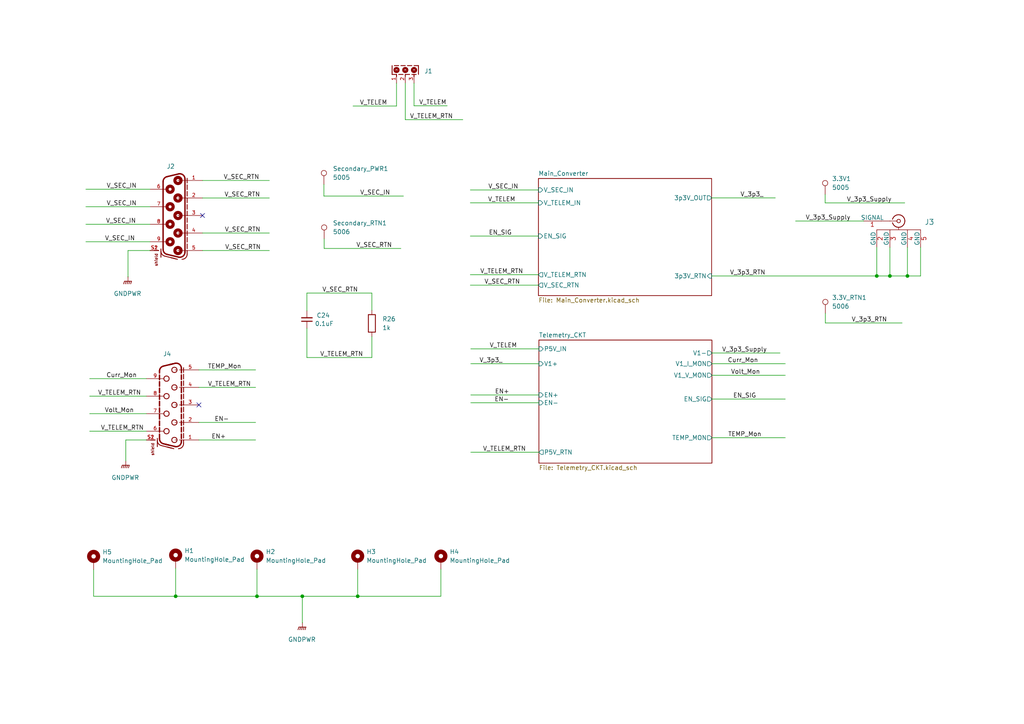
<source format=kicad_sch>
(kicad_sch
	(version 20250114)
	(generator "eeschema")
	(generator_version "9.0")
	(uuid "a6122f40-d2c9-4e67-9744-1db8e0fde3aa")
	(paper "A4")
	(lib_symbols
		(symbol "Adam_Tech:RF2-49B-T-00-50-G-HDW"
			(pin_names
				(offset 0)
			)
			(exclude_from_sim no)
			(in_bom yes)
			(on_board yes)
			(property "Reference" "J"
				(at 14.732 20.32 0)
				(effects
					(font
						(size 1.524 1.524)
					)
				)
			)
			(property "Value" "RF2-49B-T-00-50-G-HDW"
				(at 18.542 23.368 0)
				(effects
					(font
						(size 1.524 1.524)
					)
					(hide yes)
				)
			)
			(property "Footprint" "Adam_Tech:CONN_RF2-49B-T-00-50-G-HDW_ADM"
				(at 12.7 2.794 0)
				(effects
					(font
						(size 1.27 1.27)
						(italic yes)
					)
					(hide yes)
				)
			)
			(property "Datasheet" "https://app.adam-tech.com/products/download/data_sheet/219119/rf2-49b-t-00-50-g-hdw-data-sheet.pdf"
				(at 10.922 0.762 0)
				(effects
					(font
						(size 1.27 1.27)
						(italic yes)
					)
					(hide yes)
				)
			)
			(property "Description" "SMA Connector Jack, Female Socket 50 Ohms Through Hole, Right Angle Solder (Voltage Rating = 335V)"
				(at 6.35 17.78 0)
				(effects
					(font
						(size 1.27 1.27)
					)
					(hide yes)
				)
			)
			(property "Manufacturer" "Adam Tech"
				(at 0 0 0)
				(effects
					(font
						(size 1.27 1.27)
					)
					(hide yes)
				)
			)
			(property "Man. Part Num" "RF2-49B-T-00-50-G-HDW"
				(at 0 0 0)
				(effects
					(font
						(size 1.27 1.27)
					)
					(hide yes)
				)
			)
			(property "Distributor" "Mouser"
				(at 0 0 0)
				(effects
					(font
						(size 1.27 1.27)
					)
					(hide yes)
				)
			)
			(property "Dist. Part Num" "737-RF249BT0050GHDW"
				(at 0 0 0)
				(effects
					(font
						(size 1.27 1.27)
					)
					(hide yes)
				)
			)
			(property "Part Type" "Through Hole"
				(at 0 0 0)
				(effects
					(font
						(size 1.27 1.27)
					)
					(hide yes)
				)
			)
			(property "Package" "SMA"
				(at 0 0 0)
				(effects
					(font
						(size 1.27 1.27)
					)
					(hide yes)
				)
			)
			(property "Notes" ""
				(at 0 0 0)
				(effects
					(font
						(size 1.27 1.27)
					)
					(hide yes)
				)
			)
			(property "ki_keywords" "RF2-49B-T-00-50-G-HDW"
				(at 0 0 0)
				(effects
					(font
						(size 1.27 1.27)
					)
					(hide yes)
				)
			)
			(property "ki_fp_filters" "CONN_RF2-49B-T-00-50-G-HDW_ADM"
				(at 0 0 0)
				(effects
					(font
						(size 1.27 1.27)
					)
					(hide yes)
				)
			)
			(symbol "RF2-49B-T-00-50-G-HDW_0_1"
				(polyline
					(pts
						(xy 11.43 13.97) (xy 24.13 13.97)
					)
					(stroke
						(width 0)
						(type default)
					)
					(fill
						(type none)
					)
				)
				(polyline
					(pts
						(xy 15.24 16.51) (xy 12.7 16.51)
					)
					(stroke
						(width 0)
						(type default)
					)
					(fill
						(type none)
					)
				)
				(polyline
					(pts
						(xy 15.24 16.51) (xy 17.272 16.51)
					)
					(stroke
						(width 0)
						(type default)
					)
					(fill
						(type none)
					)
				)
				(arc
					(start 16.002 17.018)
					(mid 18.0023 18.3184)
					(end 19.558 16.51)
					(stroke
						(width 0.254)
						(type default)
					)
					(fill
						(type none)
					)
				)
				(arc
					(start 19.558 16.51)
					(mid 18.0022 14.7022)
					(end 16.002 16.002)
					(stroke
						(width 0.254)
						(type default)
					)
					(fill
						(type none)
					)
				)
				(circle
					(center 17.78 16.51)
					(radius 0.508)
					(stroke
						(width 0.2032)
						(type default)
					)
					(fill
						(type none)
					)
				)
				(polyline
					(pts
						(xy 17.78 13.97) (xy 17.78 14.732)
					)
					(stroke
						(width 0)
						(type default)
					)
					(fill
						(type none)
					)
				)
			)
			(symbol "RF2-49B-T-00-50-G-HDW_1_1"
				(pin unspecified line
					(at 7.62 16.51 0)
					(length 5.08)
					(name "SIGNAL"
						(effects
							(font
								(size 1.27 1.27)
							)
						)
					)
					(number "1"
						(effects
							(font
								(size 1.27 1.27)
							)
						)
					)
				)
				(pin power_in line
					(at 11.43 8.89 90)
					(length 5.08)
					(name "GND"
						(effects
							(font
								(size 1.27 1.27)
							)
						)
					)
					(number "2"
						(effects
							(font
								(size 1.27 1.27)
							)
						)
					)
				)
				(pin power_in line
					(at 15.24 8.89 90)
					(length 5.08)
					(name "GND"
						(effects
							(font
								(size 1.27 1.27)
							)
						)
					)
					(number "3"
						(effects
							(font
								(size 1.27 1.27)
							)
						)
					)
				)
				(pin power_in line
					(at 20.32 8.89 90)
					(length 5.08)
					(name "GND"
						(effects
							(font
								(size 1.27 1.27)
							)
						)
					)
					(number "4"
						(effects
							(font
								(size 1.27 1.27)
							)
						)
					)
				)
				(pin power_in line
					(at 24.13 8.89 90)
					(length 5.08)
					(name "GND"
						(effects
							(font
								(size 1.27 1.27)
							)
						)
					)
					(number "5"
						(effects
							(font
								(size 1.27 1.27)
							)
						)
					)
				)
			)
			(symbol "RF2-49B-T-00-50-G-HDW_1_2"
				(polyline
					(pts
						(xy 5.08 2.54) (xy 5.08 -12.7)
					)
					(stroke
						(width 0.127)
						(type default)
					)
					(fill
						(type none)
					)
				)
				(polyline
					(pts
						(xy 5.08 -12.7) (xy 12.7 -12.7)
					)
					(stroke
						(width 0.127)
						(type default)
					)
					(fill
						(type none)
					)
				)
				(polyline
					(pts
						(xy 7.62 0) (xy 5.08 0)
					)
					(stroke
						(width 0.127)
						(type default)
					)
					(fill
						(type none)
					)
				)
				(polyline
					(pts
						(xy 7.62 0) (xy 8.89 0.8467)
					)
					(stroke
						(width 0.127)
						(type default)
					)
					(fill
						(type none)
					)
				)
				(polyline
					(pts
						(xy 7.62 0) (xy 8.89 -0.8467)
					)
					(stroke
						(width 0.127)
						(type default)
					)
					(fill
						(type none)
					)
				)
				(polyline
					(pts
						(xy 7.62 -2.54) (xy 5.08 -2.54)
					)
					(stroke
						(width 0.127)
						(type default)
					)
					(fill
						(type none)
					)
				)
				(polyline
					(pts
						(xy 7.62 -2.54) (xy 8.89 -1.6933)
					)
					(stroke
						(width 0.127)
						(type default)
					)
					(fill
						(type none)
					)
				)
				(polyline
					(pts
						(xy 7.62 -2.54) (xy 8.89 -3.3867)
					)
					(stroke
						(width 0.127)
						(type default)
					)
					(fill
						(type none)
					)
				)
				(polyline
					(pts
						(xy 7.62 -5.08) (xy 5.08 -5.08)
					)
					(stroke
						(width 0.127)
						(type default)
					)
					(fill
						(type none)
					)
				)
				(polyline
					(pts
						(xy 7.62 -5.08) (xy 8.89 -4.2333)
					)
					(stroke
						(width 0.127)
						(type default)
					)
					(fill
						(type none)
					)
				)
				(polyline
					(pts
						(xy 7.62 -5.08) (xy 8.89 -5.9267)
					)
					(stroke
						(width 0.127)
						(type default)
					)
					(fill
						(type none)
					)
				)
				(polyline
					(pts
						(xy 7.62 -7.62) (xy 5.08 -7.62)
					)
					(stroke
						(width 0.127)
						(type default)
					)
					(fill
						(type none)
					)
				)
				(polyline
					(pts
						(xy 7.62 -7.62) (xy 8.89 -6.7733)
					)
					(stroke
						(width 0.127)
						(type default)
					)
					(fill
						(type none)
					)
				)
				(polyline
					(pts
						(xy 7.62 -7.62) (xy 8.89 -8.4667)
					)
					(stroke
						(width 0.127)
						(type default)
					)
					(fill
						(type none)
					)
				)
				(polyline
					(pts
						(xy 7.62 -10.16) (xy 5.08 -10.16)
					)
					(stroke
						(width 0.127)
						(type default)
					)
					(fill
						(type none)
					)
				)
				(polyline
					(pts
						(xy 7.62 -10.16) (xy 8.89 -9.3133)
					)
					(stroke
						(width 0.127)
						(type default)
					)
					(fill
						(type none)
					)
				)
				(polyline
					(pts
						(xy 7.62 -10.16) (xy 8.89 -11.0067)
					)
					(stroke
						(width 0.127)
						(type default)
					)
					(fill
						(type none)
					)
				)
				(polyline
					(pts
						(xy 12.7 2.54) (xy 5.08 2.54)
					)
					(stroke
						(width 0.127)
						(type default)
					)
					(fill
						(type none)
					)
				)
				(polyline
					(pts
						(xy 12.7 -12.7) (xy 12.7 2.54)
					)
					(stroke
						(width 0.127)
						(type default)
					)
					(fill
						(type none)
					)
				)
				(pin unspecified line
					(at 0 0 0)
					(length 5.08)
					(name "SIGNAL"
						(effects
							(font
								(size 1.27 1.27)
							)
						)
					)
					(number "1"
						(effects
							(font
								(size 1.27 1.27)
							)
						)
					)
				)
				(pin unspecified line
					(at 0 -2.54 0)
					(length 5.08)
					(name "GND"
						(effects
							(font
								(size 1.27 1.27)
							)
						)
					)
					(number "2"
						(effects
							(font
								(size 1.27 1.27)
							)
						)
					)
				)
				(pin unspecified line
					(at 0 -5.08 0)
					(length 5.08)
					(name "GND"
						(effects
							(font
								(size 1.27 1.27)
							)
						)
					)
					(number "3"
						(effects
							(font
								(size 1.27 1.27)
							)
						)
					)
				)
				(pin unspecified line
					(at 0 -7.62 0)
					(length 5.08)
					(name "GND"
						(effects
							(font
								(size 1.27 1.27)
							)
						)
					)
					(number "4"
						(effects
							(font
								(size 1.27 1.27)
							)
						)
					)
				)
				(pin unspecified line
					(at 0 -10.16 0)
					(length 5.08)
					(name "GND"
						(effects
							(font
								(size 1.27 1.27)
							)
						)
					)
					(number "5"
						(effects
							(font
								(size 1.27 1.27)
							)
						)
					)
				)
			)
			(embedded_fonts no)
		)
		(symbol "Mechanical:MountingHole_Pad"
			(pin_numbers
				(hide yes)
			)
			(pin_names
				(offset 1.016)
				(hide yes)
			)
			(exclude_from_sim yes)
			(in_bom no)
			(on_board yes)
			(property "Reference" "H"
				(at 0 6.35 0)
				(effects
					(font
						(size 1.27 1.27)
					)
				)
			)
			(property "Value" "MountingHole_Pad"
				(at 0 4.445 0)
				(effects
					(font
						(size 1.27 1.27)
					)
				)
			)
			(property "Footprint" ""
				(at 0 0 0)
				(effects
					(font
						(size 1.27 1.27)
					)
					(hide yes)
				)
			)
			(property "Datasheet" "~"
				(at 0 0 0)
				(effects
					(font
						(size 1.27 1.27)
					)
					(hide yes)
				)
			)
			(property "Description" "Mounting Hole with connection"
				(at 0 0 0)
				(effects
					(font
						(size 1.27 1.27)
					)
					(hide yes)
				)
			)
			(property "ki_keywords" "mounting hole"
				(at 0 0 0)
				(effects
					(font
						(size 1.27 1.27)
					)
					(hide yes)
				)
			)
			(property "ki_fp_filters" "MountingHole*Pad*"
				(at 0 0 0)
				(effects
					(font
						(size 1.27 1.27)
					)
					(hide yes)
				)
			)
			(symbol "MountingHole_Pad_0_1"
				(circle
					(center 0 1.27)
					(radius 1.27)
					(stroke
						(width 1.27)
						(type default)
					)
					(fill
						(type none)
					)
				)
			)
			(symbol "MountingHole_Pad_1_1"
				(pin input line
					(at 0 -2.54 90)
					(length 2.54)
					(name "1"
						(effects
							(font
								(size 1.27 1.27)
							)
						)
					)
					(number "1"
						(effects
							(font
								(size 1.27 1.27)
							)
						)
					)
				)
			)
			(embedded_fonts no)
		)
		(symbol "Passive_Parts:C"
			(pin_numbers
				(hide yes)
			)
			(pin_names
				(offset 0)
				(hide yes)
			)
			(exclude_from_sim no)
			(in_bom yes)
			(on_board yes)
			(property "Reference" "C"
				(at 2.54 5.08 0)
				(effects
					(font
						(size 1.27 1.27)
					)
				)
			)
			(property "Value" ""
				(at 0 0 0)
				(effects
					(font
						(size 1.27 1.27)
					)
				)
			)
			(property "Footprint" ""
				(at 0 0 0)
				(effects
					(font
						(size 1.27 1.27)
					)
					(hide yes)
				)
			)
			(property "Datasheet" ""
				(at 0 0 0)
				(effects
					(font
						(size 1.27 1.27)
					)
					(hide yes)
				)
			)
			(property "Description" ""
				(at 0 0 0)
				(effects
					(font
						(size 1.27 1.27)
					)
					(hide yes)
				)
			)
			(property "Manufacturer" ""
				(at 0 0 0)
				(effects
					(font
						(size 1.27 1.27)
					)
					(hide yes)
				)
			)
			(property "Man. Part Num" ""
				(at 0 0 0)
				(effects
					(font
						(size 1.27 1.27)
					)
					(hide yes)
				)
			)
			(property "Distributor" "Digi-Key"
				(at 0 0 0)
				(effects
					(font
						(size 1.27 1.27)
					)
					(hide yes)
				)
			)
			(property "Dist. Part Num" ""
				(at 0 0 0)
				(effects
					(font
						(size 1.27 1.27)
					)
					(hide yes)
				)
			)
			(property "Package" ""
				(at 0 0 0)
				(effects
					(font
						(size 1.27 1.27)
					)
					(hide yes)
				)
			)
			(property "Part Type" "SMD"
				(at 0 0 0)
				(effects
					(font
						(size 1.27 1.27)
					)
					(hide yes)
				)
			)
			(property "Notes" ""
				(at 0 0 0)
				(effects
					(font
						(size 1.27 1.27)
					)
					(hide yes)
				)
			)
			(symbol "C_0_1"
				(polyline
					(pts
						(xy 2.032 1.016) (xy 2.032 4.064)
					)
					(stroke
						(width 0.3048)
						(type default)
					)
					(fill
						(type none)
					)
				)
				(polyline
					(pts
						(xy 3.048 1.016) (xy 3.048 4.064)
					)
					(stroke
						(width 0.3302)
						(type default)
					)
					(fill
						(type none)
					)
				)
			)
			(symbol "C_1_1"
				(pin passive line
					(at 0 2.54 0)
					(length 2.032)
					(name "~"
						(effects
							(font
								(size 1.27 1.27)
							)
						)
					)
					(number "1"
						(effects
							(font
								(size 1.27 1.27)
							)
						)
					)
				)
				(pin passive line
					(at 5.08 2.54 180)
					(length 2.032)
					(name "~"
						(effects
							(font
								(size 1.27 1.27)
							)
						)
					)
					(number "2"
						(effects
							(font
								(size 1.27 1.27)
							)
						)
					)
				)
			)
			(embedded_fonts no)
		)
		(symbol "Passive_Parts:R"
			(pin_numbers
				(hide yes)
			)
			(pin_names
				(offset 0)
				(hide yes)
			)
			(exclude_from_sim no)
			(in_bom yes)
			(on_board yes)
			(property "Reference" "R"
				(at 2.54 5.08 0)
				(effects
					(font
						(size 1.27 1.27)
					)
				)
			)
			(property "Value" ""
				(at 0 0 0)
				(effects
					(font
						(size 1.27 1.27)
					)
				)
			)
			(property "Footprint" ""
				(at 0 0 0)
				(effects
					(font
						(size 1.27 1.27)
					)
					(hide yes)
				)
			)
			(property "Datasheet" ""
				(at 0 0 0)
				(effects
					(font
						(size 1.27 1.27)
					)
					(hide yes)
				)
			)
			(property "Description" ""
				(at 0 0 0)
				(effects
					(font
						(size 1.27 1.27)
					)
					(hide yes)
				)
			)
			(property "Manufacturer" ""
				(at 0 0 0)
				(effects
					(font
						(size 1.27 1.27)
					)
					(hide yes)
				)
			)
			(property "Man. Part Num" ""
				(at 0 0 0)
				(effects
					(font
						(size 1.27 1.27)
					)
					(hide yes)
				)
			)
			(property "Distributor" "Digi-Key"
				(at 0 0 0)
				(effects
					(font
						(size 1.27 1.27)
					)
					(hide yes)
				)
			)
			(property "Dist. Part Num" ""
				(at 0 0 0)
				(effects
					(font
						(size 1.27 1.27)
					)
					(hide yes)
				)
			)
			(property "Part Type" "SMD"
				(at 0 0 0)
				(effects
					(font
						(size 1.27 1.27)
					)
					(hide yes)
				)
			)
			(property "Notes" ""
				(at 0 0 0)
				(effects
					(font
						(size 1.27 1.27)
					)
					(hide yes)
				)
			)
			(property "Package" ""
				(at 0 0 0)
				(effects
					(font
						(size 1.27 1.27)
					)
					(hide yes)
				)
			)
			(symbol "R_0_1"
				(rectangle
					(start 5.08 1.524)
					(end 0 3.556)
					(stroke
						(width 0.254)
						(type default)
					)
					(fill
						(type none)
					)
				)
			)
			(symbol "R_1_1"
				(pin passive line
					(at -1.27 2.54 0)
					(length 1.27)
					(name "~"
						(effects
							(font
								(size 1.27 1.27)
							)
						)
					)
					(number "1"
						(effects
							(font
								(size 1.27 1.27)
							)
						)
					)
				)
				(pin passive line
					(at 6.35 2.54 180)
					(length 1.27)
					(name "~"
						(effects
							(font
								(size 1.27 1.27)
							)
						)
					)
					(number "2"
						(effects
							(font
								(size 1.27 1.27)
							)
						)
					)
				)
			)
			(embedded_fonts no)
		)
		(symbol "Passive_Parts:TP"
			(pin_numbers
				(hide yes)
			)
			(pin_names
				(hide yes)
			)
			(exclude_from_sim no)
			(in_bom yes)
			(on_board yes)
			(property "Reference" "TP"
				(at 2.286 3.302 0)
				(effects
					(font
						(size 1.27 1.27)
					)
				)
			)
			(property "Value" ""
				(at -2.54 0 0)
				(effects
					(font
						(size 1.27 1.27)
					)
				)
			)
			(property "Footprint" ""
				(at -2.54 0 0)
				(effects
					(font
						(size 1.27 1.27)
					)
					(hide yes)
				)
			)
			(property "Datasheet" ""
				(at -2.54 0 0)
				(effects
					(font
						(size 1.27 1.27)
					)
					(hide yes)
				)
			)
			(property "Description" ""
				(at -2.54 0 0)
				(effects
					(font
						(size 1.27 1.27)
					)
					(hide yes)
				)
			)
			(property "Manufacturer" ""
				(at 0 0 0)
				(effects
					(font
						(size 1.27 1.27)
					)
					(hide yes)
				)
			)
			(property "Man. Part Num" ""
				(at 0 0 0)
				(effects
					(font
						(size 1.27 1.27)
					)
					(hide yes)
				)
			)
			(property "Distributor" ""
				(at 0 0 0)
				(effects
					(font
						(size 1.27 1.27)
					)
					(hide yes)
				)
			)
			(property "Dist. Part Num" ""
				(at 0 0 0)
				(effects
					(font
						(size 1.27 1.27)
					)
					(hide yes)
				)
			)
			(property "Part Type" ""
				(at 0 0 0)
				(effects
					(font
						(size 1.27 1.27)
					)
					(hide yes)
				)
			)
			(property "Package" ""
				(at 0 0 0)
				(effects
					(font
						(size 1.27 1.27)
					)
					(hide yes)
				)
			)
			(property "Notes" ""
				(at 0 0 0)
				(effects
					(font
						(size 1.27 1.27)
					)
					(hide yes)
				)
			)
			(symbol "TP_0_1"
				(circle
					(center 0 3.302)
					(radius 0.762)
					(stroke
						(width 0)
						(type default)
					)
					(fill
						(type none)
					)
				)
			)
			(symbol "TP_1_1"
				(pin passive line
					(at 0 0 90)
					(length 2.54)
					(name "1"
						(effects
							(font
								(size 1.27 1.27)
							)
						)
					)
					(number "1"
						(effects
							(font
								(size 1.27 1.27)
							)
						)
					)
				)
			)
			(embedded_fonts no)
		)
		(symbol "Wurth Elektronik:6180XX231121_618009231121"
			(pin_names
				(offset 1.016)
			)
			(exclude_from_sim no)
			(in_bom yes)
			(on_board yes)
			(property "Reference" "J"
				(at 13.78 1.66 0)
				(effects
					(font
						(size 1.27 1.27)
					)
					(justify left bottom)
				)
			)
			(property "Value" "618009231121"
				(at 0 0 0)
				(effects
					(font
						(size 1.27 1.27)
					)
					(justify bottom)
					(hide yes)
				)
			)
			(property "Footprint" "6180XX231121_618009231121:618009231121"
				(at 0 0 0)
				(effects
					(font
						(size 1.27 1.27)
					)
					(justify bottom)
					(hide yes)
				)
			)
			(property "Datasheet" "https://www.we-online.com/components/products/datasheet/618009231121.pdf"
				(at 0 0 0)
				(effects
					(font
						(size 1.27 1.27)
					)
					(hide yes)
				)
			)
			(property "Description" "CONN D-SUB RCPT 9POS R/A SOLDER"
				(at 0 0 0)
				(effects
					(font
						(size 1.27 1.27)
					)
					(hide yes)
				)
			)
			(property "Manufacturer" "Würth Elektronik"
				(at 0 0 0)
				(effects
					(font
						(size 1.27 1.27)
					)
					(justify bottom)
					(hide yes)
				)
			)
			(property "Description_1" "\nSOCKET, D SUB, PCB, R/A, 9WAY; No. of Contacts:9Contacts; Gender:Receptacle; Contact Termination Type:Solder; D Sub Shell Size:DE; Product Range:WR-DSUB Series; Connector Body Material:Steel Body; Contact Material:Copper Alloy; Contact Plating:Gold Plated Contacts; SVHC:Lead (15-Jan-2019); Connector Mounting:Through Hole Mount Right Angle; Contact Termination:Solder; D Sub Connector Type:Standard; No. of Mating Cycles:50\n"
				(at 0 0 0)
				(effects
					(font
						(size 1.27 1.27)
					)
					(justify bottom)
					(hide yes)
				)
			)
			(property "Package" "-"
				(at 0 0 0)
				(effects
					(font
						(size 1.27 1.27)
					)
					(justify bottom)
					(hide yes)
				)
			)
			(property "Purchase-URL" "https://www.snapeda.com/api/url_track_click_mouser/?unipart_id=1118240&manufacturer=Würth Elektronik&part_name=618009231121&search_term=618009231121"
				(at 0 0 0)
				(effects
					(font
						(size 1.27 1.27)
					)
					(justify bottom)
					(hide yes)
				)
			)
			(property "GENDER" "Female"
				(at 0 0 0)
				(effects
					(font
						(size 1.27 1.27)
					)
					(justify bottom)
					(hide yes)
				)
			)
			(property "Price" "None"
				(at 0 0 0)
				(effects
					(font
						(size 1.27 1.27)
					)
					(justify bottom)
					(hide yes)
				)
			)
			(property "PART-NUMBER" "618009231121"
				(at 0 0 0)
				(effects
					(font
						(size 1.27 1.27)
					)
					(justify bottom)
					(hide yes)
				)
			)
			(property "SnapEDA_Link" "https://www.snapeda.com/parts/618009231121/Wurth+Elektronik/view-part/?ref=snap"
				(at 0 0 0)
				(effects
					(font
						(size 1.27 1.27)
					)
					(justify bottom)
					(hide yes)
				)
			)
			(property "DATASHEET-URL" "https://www.we-online.com/redexpert/spec/618009231121?ae"
				(at 0 0 0)
				(effects
					(font
						(size 1.27 1.27)
					)
					(justify bottom)
					(hide yes)
				)
			)
			(property "Man. Part Num" "618009231121"
				(at 0 0 0)
				(effects
					(font
						(size 1.27 1.27)
					)
					(justify bottom)
					(hide yes)
				)
			)
			(property "WORKING-VOLTAGE" "125 V(AC)"
				(at 0 0 0)
				(effects
					(font
						(size 1.27 1.27)
					)
					(justify bottom)
					(hide yes)
				)
			)
			(property "PINS" "9"
				(at 0 0 0)
				(effects
					(font
						(size 1.27 1.27)
					)
					(justify bottom)
					(hide yes)
				)
			)
			(property "WE-NUMBER" "618009231121"
				(at 0 0 0)
				(effects
					(font
						(size 1.27 1.27)
					)
					(justify bottom)
					(hide yes)
				)
			)
			(property "TYPE" "Angled"
				(at 0 0 0)
				(effects
					(font
						(size 1.27 1.27)
					)
					(justify bottom)
					(hide yes)
				)
			)
			(property "Availability" "In Stock"
				(at 0 0 0)
				(effects
					(font
						(size 1.27 1.27)
					)
					(justify bottom)
					(hide yes)
				)
			)
			(property "Check_prices" "https://www.snapeda.com/parts/618009231121/Wurth+Elektronik/view-part/?ref=eda"
				(at 0 0 0)
				(effects
					(font
						(size 1.27 1.27)
					)
					(justify bottom)
					(hide yes)
				)
			)
			(property "Part Type" "Through Hole"
				(at 0 0 0)
				(effects
					(font
						(size 1.27 1.27)
					)
					(hide yes)
				)
			)
			(property "Distributor" "Digi-Key"
				(at 0 0 0)
				(effects
					(font
						(size 1.27 1.27)
					)
					(hide yes)
				)
			)
			(property "Dist. Part Num" "732-618009231121-ND"
				(at 0 0 0)
				(effects
					(font
						(size 1.27 1.27)
					)
					(hide yes)
				)
			)
			(property "Notes" ""
				(at 0 0 0)
				(effects
					(font
						(size 1.27 1.27)
					)
					(hide yes)
				)
			)
			(symbol "6180XX231121_618009231121_0_0"
				(polyline
					(pts
						(xy -11.7108 -0.8009) (xy -12.0642 0.6952)
					)
					(stroke
						(width 0.4064)
						(type default)
					)
					(fill
						(type none)
					)
				)
				(polyline
					(pts
						(xy -11.2729 -2.6548) (xy -11.9182 0.0772)
					)
					(stroke
						(width 0.4064)
						(type default)
					)
					(fill
						(type none)
					)
				)
				(polyline
					(pts
						(xy -10.795 3.175) (xy -9.4305 3.175)
					)
					(stroke
						(width 0.254)
						(type default)
					)
					(fill
						(type none)
					)
				)
				(polyline
					(pts
						(xy -10.6044 2.54) (xy -9.3113 2.54)
					)
					(stroke
						(width 0.4064)
						(type default)
					)
					(fill
						(type none)
					)
				)
				(arc
					(start -12.0642 0.6952)
					(mid -11.7806 1.9708)
					(end -10.6044 2.54)
					(stroke
						(width 0.4064)
						(type default)
					)
					(fill
						(type none)
					)
				)
				(polyline
					(pts
						(xy -10.16 2.58) (xy -10.16 1.935)
					)
					(stroke
						(width 0.1524)
						(type default)
					)
					(fill
						(type none)
					)
				)
				(polyline
					(pts
						(xy -10.16 0.675) (xy -10.16 1.3)
					)
					(stroke
						(width 0.1524)
						(type default)
					)
					(fill
						(type none)
					)
				)
				(circle
					(center -10.16 0.508)
					(radius 0.762)
					(stroke
						(width 0.254)
						(type default)
					)
					(fill
						(type none)
					)
				)
				(arc
					(start -9.8131 -3.81)
					(mid -10.7439 -3.4862)
					(end -11.2729 -2.6548)
					(stroke
						(width 0.4064)
						(type default)
					)
					(fill
						(type none)
					)
				)
				(polyline
					(pts
						(xy -9.237 -3.81) (xy -9.8131 -3.81)
					)
					(stroke
						(width 0.4064)
						(type default)
					)
					(fill
						(type none)
					)
				)
				(polyline
					(pts
						(xy -8.89 3.175) (xy -7.5255 3.175)
					)
					(stroke
						(width 0.254)
						(type default)
					)
					(fill
						(type none)
					)
				)
				(polyline
					(pts
						(xy -8.6994 2.54) (xy -7.4063 2.54)
					)
					(stroke
						(width 0.4064)
						(type default)
					)
					(fill
						(type none)
					)
				)
				(circle
					(center -7.62 -1.778)
					(radius 0.762)
					(stroke
						(width 0.254)
						(type default)
					)
					(fill
						(type none)
					)
				)
				(polyline
					(pts
						(xy -7.332 -3.81) (xy -8.6596 -3.81)
					)
					(stroke
						(width 0.4064)
						(type default)
					)
					(fill
						(type none)
					)
				)
				(polyline
					(pts
						(xy -6.985 3.175) (xy -5.6205 3.175)
					)
					(stroke
						(width 0.254)
						(type default)
					)
					(fill
						(type none)
					)
				)
				(polyline
					(pts
						(xy -6.7944 2.54) (xy -5.5013 2.54)
					)
					(stroke
						(width 0.4064)
						(type default)
					)
					(fill
						(type none)
					)
				)
				(polyline
					(pts
						(xy -5.427 -3.81) (xy -6.7546 -3.81)
					)
					(stroke
						(width 0.4064)
						(type default)
					)
					(fill
						(type none)
					)
				)
				(polyline
					(pts
						(xy -5.08 3.175) (xy -3.7155 3.175)
					)
					(stroke
						(width 0.254)
						(type default)
					)
					(fill
						(type none)
					)
				)
				(polyline
					(pts
						(xy -5.08 2.58) (xy -5.08 1.935)
					)
					(stroke
						(width 0.1524)
						(type default)
					)
					(fill
						(type none)
					)
				)
				(polyline
					(pts
						(xy -5.08 0.675) (xy -5.08 1.3)
					)
					(stroke
						(width 0.1524)
						(type default)
					)
					(fill
						(type none)
					)
				)
				(circle
					(center -5.08 0.508)
					(radius 0.762)
					(stroke
						(width 0.254)
						(type default)
					)
					(fill
						(type none)
					)
				)
				(polyline
					(pts
						(xy -4.8894 2.54) (xy -3.5963 2.54)
					)
					(stroke
						(width 0.4064)
						(type default)
					)
					(fill
						(type none)
					)
				)
				(polyline
					(pts
						(xy -3.522 -3.81) (xy -4.8496 -3.81)
					)
					(stroke
						(width 0.4064)
						(type default)
					)
					(fill
						(type none)
					)
				)
				(polyline
					(pts
						(xy -3.175 3.175) (xy -1.8105 3.175)
					)
					(stroke
						(width 0.254)
						(type default)
					)
					(fill
						(type none)
					)
				)
				(polyline
					(pts
						(xy -2.9844 2.54) (xy -1.6913 2.54)
					)
					(stroke
						(width 0.4064)
						(type default)
					)
					(fill
						(type none)
					)
				)
				(circle
					(center -2.54 -1.778)
					(radius 0.762)
					(stroke
						(width 0.254)
						(type default)
					)
					(fill
						(type none)
					)
				)
				(polyline
					(pts
						(xy -1.617 -3.81) (xy -2.9446 -3.81)
					)
					(stroke
						(width 0.4064)
						(type default)
					)
					(fill
						(type none)
					)
				)
				(polyline
					(pts
						(xy -1.27 3.175) (xy 0.0945 3.175)
					)
					(stroke
						(width 0.254)
						(type default)
					)
					(fill
						(type none)
					)
				)
				(polyline
					(pts
						(xy -1.0794 2.54) (xy 0.2137 2.54)
					)
					(stroke
						(width 0.4064)
						(type default)
					)
					(fill
						(type none)
					)
				)
				(polyline
					(pts
						(xy 0 2.58) (xy 0 1.935)
					)
					(stroke
						(width 0.1524)
						(type default)
					)
					(fill
						(type none)
					)
				)
				(polyline
					(pts
						(xy 0 0.675) (xy 0 1.3)
					)
					(stroke
						(width 0.1524)
						(type default)
					)
					(fill
						(type none)
					)
				)
				(circle
					(center 0 0.508)
					(radius 0.762)
					(stroke
						(width 0.254)
						(type default)
					)
					(fill
						(type none)
					)
				)
				(polyline
					(pts
						(xy 0.288 -3.81) (xy -1.0396 -3.81)
					)
					(stroke
						(width 0.4064)
						(type default)
					)
					(fill
						(type none)
					)
				)
				(polyline
					(pts
						(xy 0.635 3.175) (xy 1.9996 3.175)
					)
					(stroke
						(width 0.254)
						(type default)
					)
					(fill
						(type none)
					)
				)
				(polyline
					(pts
						(xy 0.8256 2.54) (xy 2.1187 2.54)
					)
					(stroke
						(width 0.4064)
						(type default)
					)
					(fill
						(type none)
					)
				)
				(polyline
					(pts
						(xy 2.1931 -3.81) (xy 0.8654 -3.81)
					)
					(stroke
						(width 0.4064)
						(type default)
					)
					(fill
						(type none)
					)
				)
				(polyline
					(pts
						(xy 2.54 3.175) (xy 3.9046 3.175)
					)
					(stroke
						(width 0.254)
						(type default)
					)
					(fill
						(type none)
					)
				)
				(circle
					(center 2.54 -1.778)
					(radius 0.762)
					(stroke
						(width 0.254)
						(type default)
					)
					(fill
						(type none)
					)
				)
				(polyline
					(pts
						(xy 2.7306 2.54) (xy 4.0237 2.54)
					)
					(stroke
						(width 0.4064)
						(type default)
					)
					(fill
						(type none)
					)
				)
				(polyline
					(pts
						(xy 4.0981 -3.81) (xy 2.7704 -3.81)
					)
					(stroke
						(width 0.4064)
						(type default)
					)
					(fill
						(type none)
					)
				)
				(polyline
					(pts
						(xy 4.445 3.175) (xy 5.8096 3.175)
					)
					(stroke
						(width 0.254)
						(type default)
					)
					(fill
						(type none)
					)
				)
				(polyline
					(pts
						(xy 4.6356 2.54) (xy 5.9287 2.54)
					)
					(stroke
						(width 0.4064)
						(type default)
					)
					(fill
						(type none)
					)
				)
				(polyline
					(pts
						(xy 5.08 2.58) (xy 5.08 1.935)
					)
					(stroke
						(width 0.1524)
						(type default)
					)
					(fill
						(type none)
					)
				)
				(polyline
					(pts
						(xy 5.08 0.675) (xy 5.08 1.3)
					)
					(stroke
						(width 0.1524)
						(type default)
					)
					(fill
						(type none)
					)
				)
				(circle
					(center 5.08 0.508)
					(radius 0.762)
					(stroke
						(width 0.254)
						(type default)
					)
					(fill
						(type none)
					)
				)
				(polyline
					(pts
						(xy 6.0031 -3.81) (xy 4.6754 -3.81)
					)
					(stroke
						(width 0.4064)
						(type default)
					)
					(fill
						(type none)
					)
				)
				(polyline
					(pts
						(xy 6.35 3.175) (xy 7.7146 3.175)
					)
					(stroke
						(width 0.254)
						(type default)
					)
					(fill
						(type none)
					)
				)
				(polyline
					(pts
						(xy 6.5406 2.54) (xy 7.8337 2.54)
					)
					(stroke
						(width 0.4064)
						(type default)
					)
					(fill
						(type none)
					)
				)
				(circle
					(center 7.62 -1.778)
					(radius 0.762)
					(stroke
						(width 0.254)
						(type default)
					)
					(fill
						(type none)
					)
				)
				(polyline
					(pts
						(xy 7.9081 -3.81) (xy 6.5804 -3.81)
					)
					(stroke
						(width 0.4064)
						(type default)
					)
					(fill
						(type none)
					)
				)
				(polyline
					(pts
						(xy 8.255 3.175) (xy 9.6196 3.175)
					)
					(stroke
						(width 0.254)
						(type default)
					)
					(fill
						(type none)
					)
				)
				(polyline
					(pts
						(xy 8.4456 2.54) (xy 9.7387 2.54)
					)
					(stroke
						(width 0.4064)
						(type default)
					)
					(fill
						(type none)
					)
				)
				(arc
					(start 11.2729 -2.6548)
					(mid 10.7439 -3.4863)
					(end 9.8131 -3.81)
					(stroke
						(width 0.4064)
						(type default)
					)
					(fill
						(type none)
					)
				)
				(polyline
					(pts
						(xy 9.8131 -3.81) (xy 8.4854 -3.81)
					)
					(stroke
						(width 0.4064)
						(type default)
					)
					(fill
						(type none)
					)
				)
				(polyline
					(pts
						(xy 10.16 3.175) (xy 11.2 3.175)
					)
					(stroke
						(width 0.254)
						(type default)
					)
					(fill
						(type none)
					)
				)
				(polyline
					(pts
						(xy 10.16 2.58) (xy 10.16 1.935)
					)
					(stroke
						(width 0.1524)
						(type default)
					)
					(fill
						(type none)
					)
				)
				(polyline
					(pts
						(xy 10.16 0.675) (xy 10.16 1.3)
					)
					(stroke
						(width 0.1524)
						(type default)
					)
					(fill
						(type none)
					)
				)
				(circle
					(center 10.16 0.508)
					(radius 0.762)
					(stroke
						(width 0.254)
						(type default)
					)
					(fill
						(type none)
					)
				)
				(polyline
					(pts
						(xy 10.16 -4.445) (xy 10.16 -4.445)
					)
					(stroke
						(width 0.254)
						(type default)
					)
					(fill
						(type none)
					)
				)
				(polyline
					(pts
						(xy 10.16 -6.35) (xy 10.16 -5.08)
					)
					(stroke
						(width 0.254)
						(type default)
					)
					(fill
						(type none)
					)
				)
				(polyline
					(pts
						(xy 10.2 -4.44) (xy 9.6938 -4.44)
					)
					(stroke
						(width 0.254)
						(type default)
					)
					(fill
						(type none)
					)
				)
				(arc
					(start 11.7841 -3.3038)
					(mid 11.2519 -4.1219)
					(end 10.3288 -4.44)
					(stroke
						(width 0.254)
						(type default)
					)
					(fill
						(type none)
					)
				)
				(polyline
					(pts
						(xy 10.3506 2.54) (xy 10.6044 2.54)
					)
					(stroke
						(width 0.4064)
						(type default)
					)
					(fill
						(type none)
					)
				)
				(arc
					(start 10.6044 2.54)
					(mid 11.7804 1.9707)
					(end 12.0642 0.6952)
					(stroke
						(width 0.4064)
						(type default)
					)
					(fill
						(type none)
					)
				)
				(arc
					(start 11.2 3.175)
					(mid 12.2607 2.7357)
					(end 12.7 1.675)
					(stroke
						(width 0.254)
						(type default)
					)
					(fill
						(type none)
					)
				)
				(polyline
					(pts
						(xy 11.6263 -1.1588) (xy 11.2729 -2.6548)
					)
					(stroke
						(width 0.4064)
						(type default)
					)
					(fill
						(type none)
					)
				)
				(polyline
					(pts
						(xy 11.7841 -3.3038) (xy 12.546 -0.256)
					)
					(stroke
						(width 0.254)
						(type default)
					)
					(fill
						(type none)
					)
				)
				(polyline
					(pts
						(xy 12.0642 0.6952) (xy 11.4189 -2.0369)
					)
					(stroke
						(width 0.4064)
						(type default)
					)
					(fill
						(type none)
					)
				)
				(polyline
					(pts
						(xy 12.105 -4.44) (xy 10.3288 -4.44)
					)
					(stroke
						(width 0.254)
						(type default)
					)
					(fill
						(type none)
					)
				)
				(polyline
					(pts
						(xy 12.2461 -1.4557) (xy 12.7 0.36)
					)
					(stroke
						(width 0.254)
						(type default)
					)
					(fill
						(type none)
					)
				)
				(text "shield"
					(at 10.9 -5.32 0)
					(effects
						(font
							(size 0.8128 0.8128)
						)
						(justify left bottom)
					)
				)
				(pin bidirectional line
					(at -10.16 7.62 270)
					(length 5.08)
					(name "~"
						(effects
							(font
								(size 1.016 1.016)
							)
						)
					)
					(number "5"
						(effects
							(font
								(size 1.016 1.016)
							)
						)
					)
				)
				(pin bidirectional line
					(at -7.62 -7.62 90)
					(length 5.08)
					(name "~"
						(effects
							(font
								(size 1.016 1.016)
							)
						)
					)
					(number "9"
						(effects
							(font
								(size 1.016 1.016)
							)
						)
					)
				)
				(pin bidirectional line
					(at -5.08 7.62 270)
					(length 5.08)
					(name "~"
						(effects
							(font
								(size 1.016 1.016)
							)
						)
					)
					(number "4"
						(effects
							(font
								(size 1.016 1.016)
							)
						)
					)
				)
				(pin bidirectional line
					(at -2.54 -7.62 90)
					(length 5.08)
					(name "~"
						(effects
							(font
								(size 1.016 1.016)
							)
						)
					)
					(number "8"
						(effects
							(font
								(size 1.016 1.016)
							)
						)
					)
				)
				(pin bidirectional line
					(at 0 7.62 270)
					(length 5.08)
					(name "~"
						(effects
							(font
								(size 1.016 1.016)
							)
						)
					)
					(number "3"
						(effects
							(font
								(size 1.016 1.016)
							)
						)
					)
				)
				(pin bidirectional line
					(at 2.54 -7.62 90)
					(length 5.08)
					(name "~"
						(effects
							(font
								(size 1.016 1.016)
							)
						)
					)
					(number "7"
						(effects
							(font
								(size 1.016 1.016)
							)
						)
					)
				)
				(pin bidirectional line
					(at 5.08 7.62 270)
					(length 5.08)
					(name "~"
						(effects
							(font
								(size 1.016 1.016)
							)
						)
					)
					(number "2"
						(effects
							(font
								(size 1.016 1.016)
							)
						)
					)
				)
				(pin bidirectional line
					(at 7.62 -7.62 90)
					(length 5.08)
					(name "~"
						(effects
							(font
								(size 1.016 1.016)
							)
						)
					)
					(number "6"
						(effects
							(font
								(size 1.016 1.016)
							)
						)
					)
				)
				(pin bidirectional line
					(at 10.16 7.62 270)
					(length 5.08)
					(name "~"
						(effects
							(font
								(size 1.016 1.016)
							)
						)
					)
					(number "1"
						(effects
							(font
								(size 1.016 1.016)
							)
						)
					)
				)
				(pin bidirectional line
					(at 10.16 -7.62 90)
					(length 2.54)
					(name "~"
						(effects
							(font
								(size 1.016 1.016)
							)
						)
					)
					(number "S1"
						(effects
							(font
								(size 1.016 1.016)
							)
						)
					)
				)
				(pin bidirectional line
					(at 10.16 -7.62 90)
					(length 2.54)
					(name "~"
						(effects
							(font
								(size 1.016 1.016)
							)
						)
					)
					(number "S2"
						(effects
							(font
								(size 1.016 1.016)
							)
						)
					)
				)
			)
			(embedded_fonts no)
		)
		(symbol "Wurth Elektronik:6180XX231221_618009231221"
			(pin_names
				(offset 1.016)
			)
			(exclude_from_sim no)
			(in_bom yes)
			(on_board yes)
			(property "Reference" "J"
				(at 13.78 1.66 0)
				(effects
					(font
						(size 1.27 1.27)
					)
					(justify left bottom)
				)
			)
			(property "Value" "618009231221"
				(at 0 0 0)
				(effects
					(font
						(size 1.27 1.27)
					)
					(justify bottom)
					(hide yes)
				)
			)
			(property "Footprint" "Wurth_Elektronik:618009231221"
				(at 0 0 0)
				(effects
					(font
						(size 1.27 1.27)
					)
					(justify bottom)
					(hide yes)
				)
			)
			(property "Datasheet" "https://www.we-online.com/components/products/datasheet/618009231221.pdf"
				(at 0 0 0)
				(effects
					(font
						(size 1.27 1.27)
					)
					(hide yes)
				)
			)
			(property "Description" "CONN D-SUB PLUG 9POS R/A SOLDER"
				(at 0 0 0)
				(effects
					(font
						(size 1.27 1.27)
					)
					(hide yes)
				)
			)
			(property "Manufacturer" "Wurth Electronics"
				(at 0 0 0)
				(effects
					(font
						(size 1.27 1.27)
					)
					(justify bottom)
					(hide yes)
				)
			)
			(property "Description_1" "09 pins, right angled, 8.08mm, with hex screw"
				(at 0 0 0)
				(effects
					(font
						(size 1.27 1.27)
					)
					(justify bottom)
					(hide yes)
				)
			)
			(property "Package" "None"
				(at 0 0 0)
				(effects
					(font
						(size 1.27 1.27)
					)
					(justify bottom)
					(hide yes)
				)
			)
			(property "Purchase-URL" "https://www.snapeda.com/api/url_track_click_mouser/?unipart_id=604355&manufacturer=Wurth Electronics&part_name=618009231221&search_term=618009231221"
				(at 0 0 0)
				(effects
					(font
						(size 1.27 1.27)
					)
					(justify bottom)
					(hide yes)
				)
			)
			(property "GENDER" "Male"
				(at 0 0 0)
				(effects
					(font
						(size 1.27 1.27)
					)
					(justify bottom)
					(hide yes)
				)
			)
			(property "Price" "None"
				(at 0 0 0)
				(effects
					(font
						(size 1.27 1.27)
					)
					(justify bottom)
					(hide yes)
				)
			)
			(property "PART-NUMBER" "618009231221"
				(at 0 0 0)
				(effects
					(font
						(size 1.27 1.27)
					)
					(justify bottom)
					(hide yes)
				)
			)
			(property "SnapEDA_Link" "https://www.snapeda.com/parts/618009231221/Wurth+Electronics/view-part/?ref=snap"
				(at 0 0 0)
				(effects
					(font
						(size 1.27 1.27)
					)
					(justify bottom)
					(hide yes)
				)
			)
			(property "DATASHEET-URL" "https://www.we-online.com/redexpert/spec/618009231221?ae"
				(at 0 0 0)
				(effects
					(font
						(size 1.27 1.27)
					)
					(justify bottom)
					(hide yes)
				)
			)
			(property "Man. Part Num" "618009231221"
				(at 0 0 0)
				(effects
					(font
						(size 1.27 1.27)
					)
					(justify bottom)
					(hide yes)
				)
			)
			(property "WORKING-VOLTAGE" "125 V(AC)"
				(at 0 0 0)
				(effects
					(font
						(size 1.27 1.27)
					)
					(justify bottom)
					(hide yes)
				)
			)
			(property "PINS" "9"
				(at 0 0 0)
				(effects
					(font
						(size 1.27 1.27)
					)
					(justify bottom)
					(hide yes)
				)
			)
			(property "WE-NUMBER" "618009231221"
				(at 0 0 0)
				(effects
					(font
						(size 1.27 1.27)
					)
					(justify bottom)
					(hide yes)
				)
			)
			(property "TYPE" "Angled"
				(at 0 0 0)
				(effects
					(font
						(size 1.27 1.27)
					)
					(justify bottom)
					(hide yes)
				)
			)
			(property "Availability" "In Stock"
				(at 0 0 0)
				(effects
					(font
						(size 1.27 1.27)
					)
					(justify bottom)
					(hide yes)
				)
			)
			(property "Check_prices" "https://www.snapeda.com/parts/618009231221/Wurth+Electronics/view-part/?ref=eda"
				(at 0 0 0)
				(effects
					(font
						(size 1.27 1.27)
					)
					(justify bottom)
					(hide yes)
				)
			)
			(property "Distributor" "Digi-Key"
				(at 0 0 0)
				(effects
					(font
						(size 1.27 1.27)
					)
					(hide yes)
				)
			)
			(property "Dist. Part Num" "732-618009231221-ND"
				(at 0 0 0)
				(effects
					(font
						(size 1.27 1.27)
					)
					(hide yes)
				)
			)
			(property "Part Type" "Through Hole"
				(at 0 0 0)
				(effects
					(font
						(size 1.27 1.27)
					)
					(hide yes)
				)
			)
			(property "Notes" ""
				(at 0 0 0)
				(effects
					(font
						(size 1.27 1.27)
					)
					(hide yes)
				)
			)
			(symbol "6180XX231221_618009231221_0_0"
				(polyline
					(pts
						(xy -11.2729 -2.6548) (xy -12.0642 0.6952)
					)
					(stroke
						(width 0.4064)
						(type default)
					)
					(fill
						(type none)
					)
				)
				(polyline
					(pts
						(xy -10.795 3.175) (xy -9.4305 3.175)
					)
					(stroke
						(width 0.254)
						(type default)
					)
					(fill
						(type none)
					)
				)
				(polyline
					(pts
						(xy -10.6044 2.54) (xy 10.6044 2.54)
					)
					(stroke
						(width 0.4064)
						(type default)
					)
					(fill
						(type none)
					)
				)
				(arc
					(start -12.0642 0.6952)
					(mid -11.7806 1.9708)
					(end -10.6044 2.54)
					(stroke
						(width 0.4064)
						(type default)
					)
					(fill
						(type none)
					)
				)
				(polyline
					(pts
						(xy -10.16 2.58) (xy -10.16 0.4)
					)
					(stroke
						(width 0.1524)
						(type default)
					)
					(fill
						(type none)
					)
				)
				(circle
					(center -10.16 0.508)
					(radius 0.4318)
					(stroke
						(width 0.9144)
						(type default)
					)
					(fill
						(type none)
					)
				)
				(circle
					(center -10.16 0.508)
					(radius 0.762)
					(stroke
						(width 0.254)
						(type default)
					)
					(fill
						(type none)
					)
				)
				(arc
					(start -9.8131 -3.81)
					(mid -10.7439 -3.4862)
					(end -11.2729 -2.6548)
					(stroke
						(width 0.4064)
						(type default)
					)
					(fill
						(type none)
					)
				)
				(polyline
					(pts
						(xy -8.89 3.175) (xy -7.5255 3.175)
					)
					(stroke
						(width 0.254)
						(type default)
					)
					(fill
						(type none)
					)
				)
				(circle
					(center -7.62 -1.778)
					(radius 0.4318)
					(stroke
						(width 0.9144)
						(type default)
					)
					(fill
						(type none)
					)
				)
				(circle
					(center -7.62 -1.778)
					(radius 0.762)
					(stroke
						(width 0.254)
						(type default)
					)
					(fill
						(type none)
					)
				)
				(polyline
					(pts
						(xy -6.985 3.175) (xy -5.6205 3.175)
					)
					(stroke
						(width 0.254)
						(type default)
					)
					(fill
						(type none)
					)
				)
				(polyline
					(pts
						(xy -5.08 3.175) (xy -3.7155 3.175)
					)
					(stroke
						(width 0.254)
						(type default)
					)
					(fill
						(type none)
					)
				)
				(polyline
					(pts
						(xy -5.08 2.58) (xy -5.08 0.4)
					)
					(stroke
						(width 0.1524)
						(type default)
					)
					(fill
						(type none)
					)
				)
				(circle
					(center -5.08 0.508)
					(radius 0.4318)
					(stroke
						(width 0.9144)
						(type default)
					)
					(fill
						(type none)
					)
				)
				(circle
					(center -5.08 0.508)
					(radius 0.762)
					(stroke
						(width 0.254)
						(type default)
					)
					(fill
						(type none)
					)
				)
				(polyline
					(pts
						(xy -3.175 3.175) (xy -1.8105 3.175)
					)
					(stroke
						(width 0.254)
						(type default)
					)
					(fill
						(type none)
					)
				)
				(circle
					(center -2.54 -1.778)
					(radius 0.4318)
					(stroke
						(width 0.9144)
						(type default)
					)
					(fill
						(type none)
					)
				)
				(circle
					(center -2.54 -1.778)
					(radius 0.762)
					(stroke
						(width 0.254)
						(type default)
					)
					(fill
						(type none)
					)
				)
				(polyline
					(pts
						(xy -1.27 3.175) (xy 0.0945 3.175)
					)
					(stroke
						(width 0.254)
						(type default)
					)
					(fill
						(type none)
					)
				)
				(polyline
					(pts
						(xy 0 2.58) (xy 0 0.4)
					)
					(stroke
						(width 0.1524)
						(type default)
					)
					(fill
						(type none)
					)
				)
				(circle
					(center 0 0.508)
					(radius 0.4318)
					(stroke
						(width 0.9144)
						(type default)
					)
					(fill
						(type none)
					)
				)
				(circle
					(center 0 0.508)
					(radius 0.762)
					(stroke
						(width 0.254)
						(type default)
					)
					(fill
						(type none)
					)
				)
				(polyline
					(pts
						(xy 0.635 3.175) (xy 1.9996 3.175)
					)
					(stroke
						(width 0.254)
						(type default)
					)
					(fill
						(type none)
					)
				)
				(polyline
					(pts
						(xy 2.54 3.175) (xy 3.9046 3.175)
					)
					(stroke
						(width 0.254)
						(type default)
					)
					(fill
						(type none)
					)
				)
				(circle
					(center 2.54 -1.778)
					(radius 0.4318)
					(stroke
						(width 0.9144)
						(type default)
					)
					(fill
						(type none)
					)
				)
				(circle
					(center 2.54 -1.778)
					(radius 0.762)
					(stroke
						(width 0.254)
						(type default)
					)
					(fill
						(type none)
					)
				)
				(polyline
					(pts
						(xy 4.445 3.175) (xy 5.8096 3.175)
					)
					(stroke
						(width 0.254)
						(type default)
					)
					(fill
						(type none)
					)
				)
				(polyline
					(pts
						(xy 5.08 2.58) (xy 5.08 0.4)
					)
					(stroke
						(width 0.1524)
						(type default)
					)
					(fill
						(type none)
					)
				)
				(circle
					(center 5.08 0.508)
					(radius 0.4318)
					(stroke
						(width 0.9144)
						(type default)
					)
					(fill
						(type none)
					)
				)
				(circle
					(center 5.08 0.508)
					(radius 0.762)
					(stroke
						(width 0.254)
						(type default)
					)
					(fill
						(type none)
					)
				)
				(polyline
					(pts
						(xy 6.35 3.175) (xy 7.7146 3.175)
					)
					(stroke
						(width 0.254)
						(type default)
					)
					(fill
						(type none)
					)
				)
				(circle
					(center 7.62 -1.778)
					(radius 0.4318)
					(stroke
						(width 0.9144)
						(type default)
					)
					(fill
						(type none)
					)
				)
				(circle
					(center 7.62 -1.778)
					(radius 0.762)
					(stroke
						(width 0.254)
						(type default)
					)
					(fill
						(type none)
					)
				)
				(polyline
					(pts
						(xy 8.255 3.175) (xy 9.6196 3.175)
					)
					(stroke
						(width 0.254)
						(type default)
					)
					(fill
						(type none)
					)
				)
				(arc
					(start 11.2729 -2.6548)
					(mid 10.7439 -3.4863)
					(end 9.8131 -3.81)
					(stroke
						(width 0.4064)
						(type default)
					)
					(fill
						(type none)
					)
				)
				(polyline
					(pts
						(xy 9.8131 -3.81) (xy -9.8131 -3.81)
					)
					(stroke
						(width 0.4064)
						(type default)
					)
					(fill
						(type none)
					)
				)
				(polyline
					(pts
						(xy 10.16 3.175) (xy 11.2 3.175)
					)
					(stroke
						(width 0.254)
						(type default)
					)
					(fill
						(type none)
					)
				)
				(polyline
					(pts
						(xy 10.16 2.58) (xy 10.16 0.4)
					)
					(stroke
						(width 0.1524)
						(type default)
					)
					(fill
						(type none)
					)
				)
				(circle
					(center 10.16 0.508)
					(radius 0.4318)
					(stroke
						(width 0.9144)
						(type default)
					)
					(fill
						(type none)
					)
				)
				(circle
					(center 10.16 0.508)
					(radius 0.762)
					(stroke
						(width 0.254)
						(type default)
					)
					(fill
						(type none)
					)
				)
				(polyline
					(pts
						(xy 10.16 -4.445) (xy 10.16 -4.445)
					)
					(stroke
						(width 0.254)
						(type default)
					)
					(fill
						(type none)
					)
				)
				(polyline
					(pts
						(xy 10.16 -6.35) (xy 10.16 -5.08)
					)
					(stroke
						(width 0.254)
						(type default)
					)
					(fill
						(type none)
					)
				)
				(polyline
					(pts
						(xy 10.2 -4.44) (xy 9.6938 -4.44)
					)
					(stroke
						(width 0.254)
						(type default)
					)
					(fill
						(type none)
					)
				)
				(arc
					(start 11.7841 -3.3038)
					(mid 11.2519 -4.1219)
					(end 10.3288 -4.44)
					(stroke
						(width 0.254)
						(type default)
					)
					(fill
						(type none)
					)
				)
				(arc
					(start 10.6044 2.54)
					(mid 11.7804 1.9707)
					(end 12.0642 0.6952)
					(stroke
						(width 0.4064)
						(type default)
					)
					(fill
						(type none)
					)
				)
				(arc
					(start 11.2 3.175)
					(mid 12.2607 2.7357)
					(end 12.7 1.675)
					(stroke
						(width 0.254)
						(type default)
					)
					(fill
						(type none)
					)
				)
				(polyline
					(pts
						(xy 11.7841 -3.3038) (xy 12.546 -0.256)
					)
					(stroke
						(width 0.254)
						(type default)
					)
					(fill
						(type none)
					)
				)
				(polyline
					(pts
						(xy 12.0642 0.6952) (xy 11.2729 -2.6548)
					)
					(stroke
						(width 0.4064)
						(type default)
					)
					(fill
						(type none)
					)
				)
				(polyline
					(pts
						(xy 12.105 -4.44) (xy 10.3288 -4.44)
					)
					(stroke
						(width 0.254)
						(type default)
					)
					(fill
						(type none)
					)
				)
				(polyline
					(pts
						(xy 12.2461 -1.4557) (xy 12.7 0.36)
					)
					(stroke
						(width 0.254)
						(type default)
					)
					(fill
						(type none)
					)
				)
				(text "shield"
					(at 10.9 -5.32 0)
					(effects
						(font
							(size 0.8128 0.8128)
						)
						(justify left bottom)
					)
				)
				(pin bidirectional line
					(at -10.16 7.62 270)
					(length 5.08)
					(name "~"
						(effects
							(font
								(size 1.016 1.016)
							)
						)
					)
					(number "1"
						(effects
							(font
								(size 1.016 1.016)
							)
						)
					)
				)
				(pin bidirectional line
					(at -7.62 -7.62 90)
					(length 5.08)
					(name "~"
						(effects
							(font
								(size 1.016 1.016)
							)
						)
					)
					(number "6"
						(effects
							(font
								(size 1.016 1.016)
							)
						)
					)
				)
				(pin bidirectional line
					(at -5.08 7.62 270)
					(length 5.08)
					(name "~"
						(effects
							(font
								(size 1.016 1.016)
							)
						)
					)
					(number "2"
						(effects
							(font
								(size 1.016 1.016)
							)
						)
					)
				)
				(pin bidirectional line
					(at -2.54 -7.62 90)
					(length 5.08)
					(name "~"
						(effects
							(font
								(size 1.016 1.016)
							)
						)
					)
					(number "7"
						(effects
							(font
								(size 1.016 1.016)
							)
						)
					)
				)
				(pin bidirectional line
					(at 0 7.62 270)
					(length 5.08)
					(name "~"
						(effects
							(font
								(size 1.016 1.016)
							)
						)
					)
					(number "3"
						(effects
							(font
								(size 1.016 1.016)
							)
						)
					)
				)
				(pin bidirectional line
					(at 2.54 -7.62 90)
					(length 5.08)
					(name "~"
						(effects
							(font
								(size 1.016 1.016)
							)
						)
					)
					(number "8"
						(effects
							(font
								(size 1.016 1.016)
							)
						)
					)
				)
				(pin bidirectional line
					(at 5.08 7.62 270)
					(length 5.08)
					(name "~"
						(effects
							(font
								(size 1.016 1.016)
							)
						)
					)
					(number "4"
						(effects
							(font
								(size 1.016 1.016)
							)
						)
					)
				)
				(pin bidirectional line
					(at 7.62 -7.62 90)
					(length 5.08)
					(name "~"
						(effects
							(font
								(size 1.016 1.016)
							)
						)
					)
					(number "9"
						(effects
							(font
								(size 1.016 1.016)
							)
						)
					)
				)
				(pin bidirectional line
					(at 10.16 7.62 270)
					(length 5.08)
					(name "~"
						(effects
							(font
								(size 1.016 1.016)
							)
						)
					)
					(number "5"
						(effects
							(font
								(size 1.016 1.016)
							)
						)
					)
				)
				(pin bidirectional line
					(at 10.16 -7.62 90)
					(length 2.54)
					(name "~"
						(effects
							(font
								(size 1.016 1.016)
							)
						)
					)
					(number "S1"
						(effects
							(font
								(size 1.016 1.016)
							)
						)
					)
				)
				(pin bidirectional line
					(at 10.16 -7.62 90)
					(length 2.54)
					(name "~"
						(effects
							(font
								(size 1.016 1.016)
							)
						)
					)
					(number "S2"
						(effects
							(font
								(size 1.016 1.016)
							)
						)
					)
				)
			)
			(embedded_fonts no)
		)
		(symbol "Wurth Elektronik:691322310003"
			(pin_names
				(offset 1.016)
			)
			(exclude_from_sim no)
			(in_bom yes)
			(on_board yes)
			(property "Reference" "J"
				(at -4.99 -1.205 0)
				(effects
					(font
						(size 1.27 1.27)
					)
					(justify right bottom)
				)
			)
			(property "Value" "691322310003"
				(at 0 0 0)
				(effects
					(font
						(size 1.27 1.27)
					)
					(justify bottom)
					(hide yes)
				)
			)
			(property "Footprint" "691322310003:691322310003"
				(at 0 0 0)
				(effects
					(font
						(size 1.27 1.27)
					)
					(justify bottom)
					(hide yes)
				)
			)
			(property "Datasheet" "https://www.we-online.com/components/products/datasheet/6913223100xx.pdf"
				(at 0 0 0)
				(effects
					(font
						(size 1.27 1.27)
					)
					(hide yes)
				)
			)
			(property "Description" "3 Position Terminal Block Header, Male Pins, Shrouded (4 Side) 0.150\" (3.81mm) 90°, Right Angle Through Hole"
				(at 0 0 0)
				(effects
					(font
						(size 1.27 1.27)
					)
					(hide yes)
				)
			)
			(property "Manufacturer" "Würth Elektronik"
				(at 0 0 0)
				(effects
					(font
						(size 1.27 1.27)
					)
					(justify bottom)
					(hide yes)
				)
			)
			(property "Package" "-"
				(at 0 0 0)
				(effects
					(font
						(size 1.27 1.27)
					)
					(justify bottom)
					(hide yes)
				)
			)
			(property "Part Type" "Through Hole"
				(at 0 0 0)
				(effects
					(font
						(size 1.27 1.27)
					)
					(justify bottom)
					(hide yes)
				)
			)
			(property "IR-VDE" "10.5A"
				(at 0 0 0)
				(effects
					(font
						(size 1.27 1.27)
					)
					(justify bottom)
					(hide yes)
				)
			)
			(property "IR-UL" "10A"
				(at 0 0 0)
				(effects
					(font
						(size 1.27 1.27)
					)
					(justify bottom)
					(hide yes)
				)
			)
			(property "WORKING-VOLTAGE-UL" "300V (AC)"
				(at 0 0 0)
				(effects
					(font
						(size 1.27 1.27)
					)
					(justify bottom)
					(hide yes)
				)
			)
			(property "Man. Part Num" "691322310003"
				(at 0 0 0)
				(effects
					(font
						(size 1.27 1.27)
					)
					(justify bottom)
					(hide yes)
				)
			)
			(property "Distributor" "Digi-Key"
				(at 0 0 0)
				(effects
					(font
						(size 1.27 1.27)
					)
					(justify bottom)
					(hide yes)
				)
			)
			(property "PITCH" "3.81mm"
				(at 0 0 0)
				(effects
					(font
						(size 1.27 1.27)
					)
					(justify bottom)
					(hide yes)
				)
			)
			(property "PINS" "3"
				(at 0 0 0)
				(effects
					(font
						(size 1.27 1.27)
					)
					(justify bottom)
					(hide yes)
				)
			)
			(property "WORKING-VOLTAGE-VDE" "300V (AC)"
				(at 0 0 0)
				(effects
					(font
						(size 1.27 1.27)
					)
					(justify bottom)
					(hide yes)
				)
			)
			(property "Dist. Part Num" "732-2089-ND"
				(at 0 0 0)
				(effects
					(font
						(size 1.27 1.27)
					)
					(hide yes)
				)
			)
			(property "Notes" "-"
				(at 0 0 0)
				(effects
					(font
						(size 1.27 1.27)
					)
					(hide yes)
				)
			)
			(symbol "691322310003_0_0"
				(polyline
					(pts
						(xy -3.81 0) (xy -3.81 0)
					)
					(stroke
						(width 0.254)
						(type default)
					)
					(fill
						(type none)
					)
				)
				(polyline
					(pts
						(xy -3.81 0) (xy -3.81 -1.905)
					)
					(stroke
						(width 0.254)
						(type default)
					)
					(fill
						(type none)
					)
				)
				(polyline
					(pts
						(xy -3.81 -1.905) (xy -3.81 -2.54)
					)
					(stroke
						(width 0.254)
						(type default)
					)
					(fill
						(type none)
					)
				)
				(polyline
					(pts
						(xy -3.81 -2.54) (xy -2.54 -2.54)
					)
					(stroke
						(width 0.254)
						(type default)
					)
					(fill
						(type none)
					)
				)
				(circle
					(center -2.54 -1.27)
					(radius 0.254)
					(stroke
						(width 0.635)
						(type default)
					)
					(fill
						(type none)
					)
				)
				(polyline
					(pts
						(xy -2.54 -1.27) (xy -2.54 -1.905)
					)
					(stroke
						(width 0.254)
						(type default)
					)
					(fill
						(type none)
					)
				)
				(polyline
					(pts
						(xy -2.54 -3.175) (xy -2.54 -2.54)
					)
					(stroke
						(width 0.254)
						(type default)
					)
					(fill
						(type none)
					)
				)
				(polyline
					(pts
						(xy -1.905 0) (xy -3.175 0)
					)
					(stroke
						(width 0.254)
						(type default)
					)
					(fill
						(type none)
					)
				)
				(polyline
					(pts
						(xy -1.905 -2.54) (xy -0.635 -2.54)
					)
					(stroke
						(width 0.254)
						(type default)
					)
					(fill
						(type none)
					)
				)
				(polyline
					(pts
						(xy 0 0) (xy -1.27 0)
					)
					(stroke
						(width 0.254)
						(type default)
					)
					(fill
						(type none)
					)
				)
				(polyline
					(pts
						(xy 0 -1.27) (xy 0 -1.905)
					)
					(stroke
						(width 0.254)
						(type default)
					)
					(fill
						(type none)
					)
				)
				(circle
					(center 0 -1.27)
					(radius 0.254)
					(stroke
						(width 0.635)
						(type default)
					)
					(fill
						(type none)
					)
				)
				(polyline
					(pts
						(xy 0 -2.54) (xy 1.27 -2.54)
					)
					(stroke
						(width 0.254)
						(type default)
					)
					(fill
						(type none)
					)
				)
				(polyline
					(pts
						(xy 0 -3.175) (xy 0 -2.54)
					)
					(stroke
						(width 0.254)
						(type default)
					)
					(fill
						(type none)
					)
				)
				(polyline
					(pts
						(xy 1.905 0) (xy 0.635 0)
					)
					(stroke
						(width 0.254)
						(type default)
					)
					(fill
						(type none)
					)
				)
				(polyline
					(pts
						(xy 1.905 -2.54) (xy 3.175 -2.54)
					)
					(stroke
						(width 0.254)
						(type default)
					)
					(fill
						(type none)
					)
				)
				(polyline
					(pts
						(xy 2.54 -1.27) (xy 2.54 -1.905)
					)
					(stroke
						(width 0.254)
						(type default)
					)
					(fill
						(type none)
					)
				)
				(circle
					(center 2.54 -1.27)
					(radius 0.254)
					(stroke
						(width 0.635)
						(type default)
					)
					(fill
						(type none)
					)
				)
				(polyline
					(pts
						(xy 2.54 -3.175) (xy 2.54 -2.54)
					)
					(stroke
						(width 0.254)
						(type default)
					)
					(fill
						(type none)
					)
				)
				(polyline
					(pts
						(xy 3.81 0) (xy 2.54 0)
					)
					(stroke
						(width 0.254)
						(type default)
					)
					(fill
						(type none)
					)
				)
				(polyline
					(pts
						(xy 3.81 -0.635) (xy 3.81 0)
					)
					(stroke
						(width 0.254)
						(type default)
					)
					(fill
						(type none)
					)
				)
				(polyline
					(pts
						(xy 3.81 -2.54) (xy 3.81 -0.635)
					)
					(stroke
						(width 0.254)
						(type default)
					)
					(fill
						(type none)
					)
				)
				(polyline
					(pts
						(xy 3.81 -2.54) (xy 3.81 -2.54)
					)
					(stroke
						(width 0.254)
						(type default)
					)
					(fill
						(type none)
					)
				)
				(pin passive line
					(at -2.54 -5.08 90)
					(length 2.54)
					(name "~"
						(effects
							(font
								(size 1.016 1.016)
							)
						)
					)
					(number "1"
						(effects
							(font
								(size 1.016 1.016)
							)
						)
					)
				)
				(pin passive line
					(at 0 -5.08 90)
					(length 2.54)
					(name "~"
						(effects
							(font
								(size 1.016 1.016)
							)
						)
					)
					(number "2"
						(effects
							(font
								(size 1.016 1.016)
							)
						)
					)
				)
				(pin passive line
					(at 2.54 -5.08 90)
					(length 2.54)
					(name "~"
						(effects
							(font
								(size 1.016 1.016)
							)
						)
					)
					(number "3"
						(effects
							(font
								(size 1.016 1.016)
							)
						)
					)
				)
			)
			(embedded_fonts no)
		)
		(symbol "power:GNDPWR"
			(power)
			(pin_numbers
				(hide yes)
			)
			(pin_names
				(offset 0)
				(hide yes)
			)
			(exclude_from_sim no)
			(in_bom yes)
			(on_board yes)
			(property "Reference" "#PWR"
				(at 0 -5.08 0)
				(effects
					(font
						(size 1.27 1.27)
					)
					(hide yes)
				)
			)
			(property "Value" "GNDPWR"
				(at 0 -3.302 0)
				(effects
					(font
						(size 1.27 1.27)
					)
				)
			)
			(property "Footprint" ""
				(at 0 -1.27 0)
				(effects
					(font
						(size 1.27 1.27)
					)
					(hide yes)
				)
			)
			(property "Datasheet" ""
				(at 0 -1.27 0)
				(effects
					(font
						(size 1.27 1.27)
					)
					(hide yes)
				)
			)
			(property "Description" "Power symbol creates a global label with name \"GNDPWR\" , global ground"
				(at 0 0 0)
				(effects
					(font
						(size 1.27 1.27)
					)
					(hide yes)
				)
			)
			(property "ki_keywords" "global ground"
				(at 0 0 0)
				(effects
					(font
						(size 1.27 1.27)
					)
					(hide yes)
				)
			)
			(symbol "GNDPWR_0_1"
				(polyline
					(pts
						(xy -1.016 -1.27) (xy -1.27 -2.032) (xy -1.27 -2.032)
					)
					(stroke
						(width 0.2032)
						(type default)
					)
					(fill
						(type none)
					)
				)
				(polyline
					(pts
						(xy -0.508 -1.27) (xy -0.762 -2.032) (xy -0.762 -2.032)
					)
					(stroke
						(width 0.2032)
						(type default)
					)
					(fill
						(type none)
					)
				)
				(polyline
					(pts
						(xy 0 -1.27) (xy 0 0)
					)
					(stroke
						(width 0)
						(type default)
					)
					(fill
						(type none)
					)
				)
				(polyline
					(pts
						(xy 0 -1.27) (xy -0.254 -2.032) (xy -0.254 -2.032)
					)
					(stroke
						(width 0.2032)
						(type default)
					)
					(fill
						(type none)
					)
				)
				(polyline
					(pts
						(xy 0.508 -1.27) (xy 0.254 -2.032) (xy 0.254 -2.032)
					)
					(stroke
						(width 0.2032)
						(type default)
					)
					(fill
						(type none)
					)
				)
				(polyline
					(pts
						(xy 1.016 -1.27) (xy -1.016 -1.27) (xy -1.016 -1.27)
					)
					(stroke
						(width 0.2032)
						(type default)
					)
					(fill
						(type none)
					)
				)
				(polyline
					(pts
						(xy 1.016 -1.27) (xy 0.762 -2.032) (xy 0.762 -2.032) (xy 0.762 -2.032)
					)
					(stroke
						(width 0.2032)
						(type default)
					)
					(fill
						(type none)
					)
				)
			)
			(symbol "GNDPWR_1_1"
				(pin power_in line
					(at 0 0 270)
					(length 0)
					(name "~"
						(effects
							(font
								(size 1.27 1.27)
							)
						)
					)
					(number "1"
						(effects
							(font
								(size 1.27 1.27)
							)
						)
					)
				)
			)
			(embedded_fonts no)
		)
	)
	(junction
		(at 50.9457 172.9436)
		(diameter 0)
		(color 0 0 0 0)
		(uuid "02d31181-c86e-4a40-aa4f-97e7096ed73e")
	)
	(junction
		(at 258.1108 80.0453)
		(diameter 0)
		(color 0 0 0 0)
		(uuid "3ecd4a5c-8ee5-484e-bd1e-5319fcf71cf9")
	)
	(junction
		(at 87.6845 172.9436)
		(diameter 0)
		(color 0 0 0 0)
		(uuid "5aec25ef-04ab-493c-b0ba-160a300af411")
	)
	(junction
		(at 254.3008 80.0453)
		(diameter 0)
		(color 0 0 0 0)
		(uuid "6cf295c4-d544-439e-b267-b290b12b2212")
	)
	(junction
		(at 103.7434 172.9436)
		(diameter 0)
		(color 0 0 0 0)
		(uuid "6d5bcd8a-cfcd-4601-934e-932c3622b2bb")
	)
	(junction
		(at 263.1908 80.0453)
		(diameter 0)
		(color 0 0 0 0)
		(uuid "cb405eb3-a0ca-44b7-a9f1-115281905c98")
	)
	(junction
		(at 74.5334 172.9436)
		(diameter 0)
		(color 0 0 0 0)
		(uuid "e7548361-0414-4740-857d-d98a09e2cce1")
	)
	(no_connect
		(at 57.6927 117.445)
		(uuid "5c318f40-b3fe-4912-819a-65d01e5e2c0c")
	)
	(no_connect
		(at 58.733 62.5065)
		(uuid "f3fda17a-4a8d-4f2f-9d9b-2d5c70eaefe5")
	)
	(wire
		(pts
			(xy 27.1535 165.1863) (xy 27.1535 172.9436)
		)
		(stroke
			(width 0)
			(type default)
		)
		(uuid "05aa5f4d-cd9c-4f48-bc60-45d12910958c")
	)
	(wire
		(pts
			(xy 263.1908 80.0453) (xy 258.1108 80.0453)
		)
		(stroke
			(width 0)
			(type default)
		)
		(uuid "085f1ec0-2b54-404a-9762-0d10d67b1973")
	)
	(wire
		(pts
			(xy 206.4088 57.3956) (xy 224.8796 57.3956)
		)
		(stroke
			(width 0)
			(type default)
		)
		(uuid "1bf1b428-3896-4398-a24e-2ab387d1b8b1")
	)
	(wire
		(pts
			(xy 43.493 54.8865) (xy 24.9041 54.8865)
		)
		(stroke
			(width 0)
			(type default)
		)
		(uuid "1ea291c6-8b0c-4b43-a7e1-69f36a2afcd3")
	)
	(wire
		(pts
			(xy 74.5334 172.9436) (xy 74.5334 165.1079)
		)
		(stroke
			(width 0)
			(type default)
		)
		(uuid "1fd165b9-fb52-4909-b555-adc0f4196430")
	)
	(wire
		(pts
			(xy 50.9457 172.9436) (xy 74.5334 172.9436)
		)
		(stroke
			(width 0)
			(type default)
		)
		(uuid "271b80dd-f626-4dab-ac90-108f4ecec672")
	)
	(wire
		(pts
			(xy 103.7434 172.9436) (xy 87.6845 172.9436)
		)
		(stroke
			(width 0)
			(type default)
		)
		(uuid "28d6e326-b3e6-476a-a111-a4d6ac0177c2")
	)
	(wire
		(pts
			(xy 156.163 55.0947) (xy 136.4083 55.0947)
		)
		(stroke
			(width 0)
			(type default)
		)
		(uuid "2a3b939c-30b6-4db4-8030-c7e77863d015")
	)
	(wire
		(pts
			(xy 94.0179 72.0687) (xy 116.2808 72.0687)
		)
		(stroke
			(width 0)
			(type default)
		)
		(uuid "2d40b77f-121f-4fee-99d7-d134d4bd4765")
	)
	(wire
		(pts
			(xy 127.8734 165.1079) (xy 127.8734 172.9436)
		)
		(stroke
			(width 0)
			(type default)
		)
		(uuid "2de5f9c7-d5a3-4722-9b0f-5a62049f8727")
	)
	(wire
		(pts
			(xy 226.2416 102.3861) (xy 206.4869 102.3861)
		)
		(stroke
			(width 0)
			(type default)
		)
		(uuid "343be5ff-a8fe-438c-8dcf-4f3f6fc52357")
	)
	(wire
		(pts
			(xy 89.0133 95.2157) (xy 89.0133 103.7003)
		)
		(stroke
			(width 0)
			(type default)
		)
		(uuid "3a99516d-640b-4bcf-8084-d9993ce12c6c")
	)
	(wire
		(pts
			(xy 107.8575 85.0053) (xy 107.8575 89.9907)
		)
		(stroke
			(width 0)
			(type default)
		)
		(uuid "3be8a49a-63d5-43ea-ab2e-efc875c92f64")
	)
	(wire
		(pts
			(xy 87.6845 180.6193) (xy 87.7065 180.6193)
		)
		(stroke
			(width 0)
			(type default)
		)
		(uuid "42a3bda6-d6ce-4b88-960f-7fa17701f371")
	)
	(wire
		(pts
			(xy 107.8575 103.7003) (xy 107.8575 97.6107)
		)
		(stroke
			(width 0)
			(type default)
		)
		(uuid "47284be0-29e1-4be6-8df1-625c2822e9c8")
	)
	(wire
		(pts
			(xy 103.7434 165.1079) (xy 103.7434 172.9436)
		)
		(stroke
			(width 0)
			(type default)
		)
		(uuid "49692d72-46d5-4783-88a0-d7eb2ab589da")
	)
	(wire
		(pts
			(xy 156.2977 114.5558) (xy 136.543 114.5558)
		)
		(stroke
			(width 0)
			(type default)
		)
		(uuid "4a7b4fda-d9de-42e3-89c3-ceda75374974")
	)
	(wire
		(pts
			(xy 239.389 93.6756) (xy 261.6519 93.6756)
		)
		(stroke
			(width 0)
			(type default)
		)
		(uuid "4e80c1de-69a4-4038-9997-bf616354340c")
	)
	(wire
		(pts
			(xy 239.3263 58.8467) (xy 239.3263 56.4114)
		)
		(stroke
			(width 0)
			(type default)
		)
		(uuid "517c8b18-db49-4555-9f80-4339bd78657b")
	)
	(wire
		(pts
			(xy 36.4829 133.6719) (xy 36.4829 127.605)
		)
		(stroke
			(width 0)
			(type default)
		)
		(uuid "541ae1f8-7e88-4024-9b6f-b6c726e737e4")
	)
	(wire
		(pts
			(xy 93.9462 56.8658) (xy 117.0248 56.8658)
		)
		(stroke
			(width 0)
			(type default)
		)
		(uuid "558fc804-6c9d-4bf2-970f-009772b973a6")
	)
	(wire
		(pts
			(xy 250.4908 64.1096) (xy 230.7361 64.1096)
		)
		(stroke
			(width 0)
			(type default)
		)
		(uuid "59c4c237-64ce-4c09-aa3c-511d9b08d3c8")
	)
	(wire
		(pts
			(xy 57.6927 112.365) (xy 74.1456 112.365)
		)
		(stroke
			(width 0)
			(type default)
		)
		(uuid "5bb807de-fe06-42a3-be63-c634ac9d9daf")
	)
	(wire
		(pts
			(xy 25.9998 109.825) (xy 42.4527 109.825)
		)
		(stroke
			(width 0)
			(type default)
		)
		(uuid "5d9692f3-0ad6-4a2f-b41d-ff10c5dd504b")
	)
	(wire
		(pts
			(xy 263.1908 71.7296) (xy 263.1908 80.0453)
		)
		(stroke
			(width 0)
			(type default)
		)
		(uuid "635c045e-d19f-4f8b-98aa-8fd1c2d04523")
	)
	(wire
		(pts
			(xy 57.6927 127.605) (xy 74.1456 127.605)
		)
		(stroke
			(width 0)
			(type default)
		)
		(uuid "654a4fcf-07cb-41bc-a243-f2d77420b5be")
	)
	(wire
		(pts
			(xy 206.4869 126.9592) (xy 227.7688 126.9592)
		)
		(stroke
			(width 0)
			(type default)
		)
		(uuid "69d58312-b1a4-4fa1-aa0c-fdeb1541c31e")
	)
	(wire
		(pts
			(xy 258.1108 71.7296) (xy 258.1108 80.0453)
		)
		(stroke
			(width 0)
			(type default)
		)
		(uuid "6a178969-7b0c-4df0-9830-ccc41f0983b7")
	)
	(wire
		(pts
			(xy 206.4869 105.4959) (xy 227.7688 105.4959)
		)
		(stroke
			(width 0)
			(type default)
		)
		(uuid "6feb958d-865a-4a9f-8445-eb6c0ec89756")
	)
	(wire
		(pts
			(xy 94.0179 72.0687) (xy 94.0179 69.2753)
		)
		(stroke
			(width 0)
			(type default)
		)
		(uuid "70e17dd3-6cfa-487e-b43d-d65186729bdc")
	)
	(wire
		(pts
			(xy 127.8734 172.9436) (xy 103.7434 172.9436)
		)
		(stroke
			(width 0)
			(type default)
		)
		(uuid "756bb7cf-d76f-4f7c-8eef-f7160170dde8")
	)
	(wire
		(pts
			(xy 37.1277 72.6665) (xy 37.1277 80.3026)
		)
		(stroke
			(width 0)
			(type default)
		)
		(uuid "75bd7195-5b6a-4882-95e4-45a9e4f29722")
	)
	(wire
		(pts
			(xy 89.0133 85.0053) (xy 107.8575 85.0053)
		)
		(stroke
			(width 0)
			(type default)
		)
		(uuid "769601b1-6e09-4979-8c10-52751d3685bb")
	)
	(wire
		(pts
			(xy 115.0065 24.1162) (xy 115.0065 30.7565)
		)
		(stroke
			(width 0)
			(type default)
		)
		(uuid "76d70053-15f0-4cf9-afd7-8b7f54de7f2c")
	)
	(wire
		(pts
			(xy 156.2977 105.4959) (xy 136.543 105.4959)
		)
		(stroke
			(width 0)
			(type default)
		)
		(uuid "7995c378-9a7d-402f-881d-92afab350f95")
	)
	(wire
		(pts
			(xy 117.5465 34.7112) (xy 134.2451 34.7112)
		)
		(stroke
			(width 0)
			(type default)
		)
		(uuid "7ba2ddca-be34-4cbc-9dcf-e3dfd6595e70")
	)
	(wire
		(pts
			(xy 87.6845 172.9436) (xy 87.6845 180.6193)
		)
		(stroke
			(width 0)
			(type default)
		)
		(uuid "7e9203a3-8655-4de5-9f6c-086c4b8f2755")
	)
	(wire
		(pts
			(xy 43.493 72.6665) (xy 37.1277 72.6665)
		)
		(stroke
			(width 0)
			(type default)
		)
		(uuid "7ec21685-56e2-4196-a116-9c4239ced343")
	)
	(wire
		(pts
			(xy 156.163 58.8337) (xy 136.4083 58.8337)
		)
		(stroke
			(width 0)
			(type default)
		)
		(uuid "7f34aa08-2689-4e94-adfd-87f633daebf4")
	)
	(wire
		(pts
			(xy 267.0008 80.0453) (xy 263.1908 80.0453)
		)
		(stroke
			(width 0)
			(type default)
		)
		(uuid "7f98d9a8-7274-4e83-8d7c-418b1c76c4e8")
	)
	(wire
		(pts
			(xy 102.3838 30.7565) (xy 115.0065 30.7565)
		)
		(stroke
			(width 0)
			(type default)
		)
		(uuid "84234e2f-3532-4170-b7fa-1cc94106c2a4")
	)
	(wire
		(pts
			(xy 89.0133 103.7003) (xy 107.8575 103.7003)
		)
		(stroke
			(width 0)
			(type default)
		)
		(uuid "86015de4-ac3d-46b6-a3df-7b3da8f99dc6")
	)
	(wire
		(pts
			(xy 25.9998 125.065) (xy 42.4527 125.065)
		)
		(stroke
			(width 0)
			(type default)
		)
		(uuid "8c4591c1-84df-4993-860b-40d54e15c406")
	)
	(wire
		(pts
			(xy 58.733 57.4265) (xy 78.1308 57.4265)
		)
		(stroke
			(width 0)
			(type default)
		)
		(uuid "8e94bfb2-a10b-48e2-8441-5ad2902c52db")
	)
	(wire
		(pts
			(xy 50.9457 164.8148) (xy 50.9457 172.9436)
		)
		(stroke
			(width 0)
			(type default)
		)
		(uuid "9a53b477-7cb9-4422-ac3e-90ca71b7173c")
	)
	(wire
		(pts
			(xy 156.2977 131.1655) (xy 136.543 131.1655)
		)
		(stroke
			(width 0)
			(type default)
		)
		(uuid "9a69db37-2f9a-4afe-b29d-8da8fdd6ba3f")
	)
	(wire
		(pts
			(xy 58.733 52.3465) (xy 78.1308 52.3465)
		)
		(stroke
			(width 0)
			(type default)
		)
		(uuid "a0ebaf61-e217-4213-b9e5-52303bce746f")
	)
	(wire
		(pts
			(xy 156.163 82.7057) (xy 136.4083 82.7057)
		)
		(stroke
			(width 0)
			(type default)
		)
		(uuid "a2793476-56d6-429e-a371-8e5272adde6b")
	)
	(wire
		(pts
			(xy 25.9998 119.985) (xy 42.4527 119.985)
		)
		(stroke
			(width 0)
			(type default)
		)
		(uuid "a6ca4838-8df3-4be7-9811-81b9acecd267")
	)
	(wire
		(pts
			(xy 89.0133 90.1357) (xy 89.0133 85.0053)
		)
		(stroke
			(width 0)
			(type default)
		)
		(uuid "ab05f17d-3585-403a-804e-aea9100bcd6e")
	)
	(wire
		(pts
			(xy 156.2977 101.1817) (xy 136.543 101.1817)
		)
		(stroke
			(width 0)
			(type default)
		)
		(uuid "ab94122e-8d77-4eb2-a048-dcf0e7272c04")
	)
	(wire
		(pts
			(xy 206.4088 80.0453) (xy 254.3008 80.0453)
		)
		(stroke
			(width 0)
			(type default)
		)
		(uuid "b0e39870-9e77-400f-80b5-2b5fc4f75aa2")
	)
	(wire
		(pts
			(xy 36.4829 127.605) (xy 42.4527 127.605)
		)
		(stroke
			(width 0)
			(type default)
		)
		(uuid "b2656940-d63d-460f-b5b4-4d66a1a1aed3")
	)
	(wire
		(pts
			(xy 58.733 72.6665) (xy 78.1308 72.6665)
		)
		(stroke
			(width 0)
			(type default)
		)
		(uuid "b3ac45e8-2e70-4f20-86b7-08a82f296dd2")
	)
	(wire
		(pts
			(xy 57.6927 122.525) (xy 74.1456 122.525)
		)
		(stroke
			(width 0)
			(type default)
		)
		(uuid "b43b3f28-683d-41b6-b371-64befa51bcd1")
	)
	(wire
		(pts
			(xy 43.493 59.9665) (xy 24.9041 59.9665)
		)
		(stroke
			(width 0)
			(type default)
		)
		(uuid "b6ba2115-3f9b-462e-a1dc-231e8ab88e64")
	)
	(wire
		(pts
			(xy 156.163 79.6858) (xy 136.4083 79.6858)
		)
		(stroke
			(width 0)
			(type default)
		)
		(uuid "c0145145-315d-41c6-95ad-ff9a3a951992")
	)
	(wire
		(pts
			(xy 43.493 65.0465) (xy 24.9041 65.0465)
		)
		(stroke
			(width 0)
			(type default)
		)
		(uuid "c6eda2a4-cd7f-440b-8d55-af7c7c2287c9")
	)
	(wire
		(pts
			(xy 27.1535 172.9436) (xy 50.9457 172.9436)
		)
		(stroke
			(width 0)
			(type default)
		)
		(uuid "c79621c7-1eab-4348-bb62-dc16e0895d2f")
	)
	(wire
		(pts
			(xy 87.6845 172.9436) (xy 74.5334 172.9436)
		)
		(stroke
			(width 0)
			(type default)
		)
		(uuid "c7f00c06-d46b-48d2-ba9a-df9f07ec28e4")
	)
	(wire
		(pts
			(xy 206.4869 115.7422) (xy 227.7688 115.7422)
		)
		(stroke
			(width 0)
			(type default)
		)
		(uuid "d24bf678-38ce-4559-b653-0dc064787ef9")
	)
	(wire
		(pts
			(xy 57.6927 107.285) (xy 74.1456 107.285)
		)
		(stroke
			(width 0)
			(type default)
		)
		(uuid "d2761800-aa41-45e2-9ca7-32606be6e590")
	)
	(wire
		(pts
			(xy 117.5465 24.1162) (xy 117.5465 34.7112)
		)
		(stroke
			(width 0)
			(type default)
		)
		(uuid "d8bfa0b6-f358-4fa6-a833-c5f4b2e7905d")
	)
	(wire
		(pts
			(xy 120.0865 30.6846) (xy 129.7072 30.6846)
		)
		(stroke
			(width 0)
			(type default)
		)
		(uuid "db806b70-746b-47ab-8b4a-efc16284dbed")
	)
	(wire
		(pts
			(xy 156.163 68.4688) (xy 136.4083 68.4688)
		)
		(stroke
			(width 0)
			(type default)
		)
		(uuid "dd8a018c-02f3-4fe4-8bbe-7fefbf5f1466")
	)
	(wire
		(pts
			(xy 43.493 70.1265) (xy 24.9041 70.1265)
		)
		(stroke
			(width 0)
			(type default)
		)
		(uuid "ddb66d25-e957-45f1-8496-d9806dfeebe5")
	)
	(wire
		(pts
			(xy 239.3263 58.8467) (xy 262.4241 58.8467)
		)
		(stroke
			(width 0)
			(type default)
		)
		(uuid "df742111-db4f-4bac-89f0-46746852e179")
	)
	(wire
		(pts
			(xy 93.9462 56.8658) (xy 93.9462 53.4993)
		)
		(stroke
			(width 0)
			(type default)
		)
		(uuid "e030cb33-81a8-49f0-bb1c-ca508e5775e4")
	)
	(wire
		(pts
			(xy 254.3008 71.7296) (xy 254.3008 80.0453)
		)
		(stroke
			(width 0)
			(type default)
		)
		(uuid "e5c4d9cc-5286-4e6d-9906-4a364e7e3f6d")
	)
	(wire
		(pts
			(xy 239.389 93.6756) (xy 239.389 90.8822)
		)
		(stroke
			(width 0)
			(type default)
		)
		(uuid "e7837580-707a-45e0-8508-b838bc140282")
	)
	(wire
		(pts
			(xy 120.0865 24.1162) (xy 120.0865 30.6846)
		)
		(stroke
			(width 0)
			(type default)
		)
		(uuid "ea4e2092-87be-4462-805e-cb69ab678c17")
	)
	(wire
		(pts
			(xy 156.2977 116.8207) (xy 136.543 116.8207)
		)
		(stroke
			(width 0)
			(type default)
		)
		(uuid "ed6ca458-b65b-4b80-af6c-89320f50de56")
	)
	(wire
		(pts
			(xy 258.1108 80.0453) (xy 254.3008 80.0453)
		)
		(stroke
			(width 0)
			(type default)
		)
		(uuid "f0ecfc45-1704-4031-a9b1-01345b8e92df")
	)
	(wire
		(pts
			(xy 58.733 67.5865) (xy 78.1308 67.5865)
		)
		(stroke
			(width 0)
			(type default)
		)
		(uuid "f5199ef3-c65b-49fe-9914-b1a7ee836dea")
	)
	(wire
		(pts
			(xy 267.0008 71.7296) (xy 267.0008 80.0453)
		)
		(stroke
			(width 0)
			(type default)
		)
		(uuid "f5a90a42-6850-47a0-93f2-ae70fb507108")
	)
	(wire
		(pts
			(xy 25.9998 114.905) (xy 42.4527 114.905)
		)
		(stroke
			(width 0)
			(type default)
		)
		(uuid "f5d03551-ab98-4951-8383-dae295a12504")
	)
	(wire
		(pts
			(xy 206.4869 108.8394) (xy 227.7688 108.8394)
		)
		(stroke
			(width 0)
			(type default)
		)
		(uuid "f956af48-b2ec-4841-bb3a-6ffab3cff5da")
	)
	(label "V_3p3_RTN"
		(at 211.6673 80.0453 0)
		(effects
			(font
				(size 1.27 1.27)
			)
			(justify left bottom)
		)
		(uuid "002ccc33-e943-4b49-a2eb-411caf0f891c")
	)
	(label "V_TELEM_RTN"
		(at 29.1986 125.065 0)
		(effects
			(font
				(size 1.27 1.27)
			)
			(justify left bottom)
		)
		(uuid "15e3b2f3-4005-48a9-b14d-889b40289080")
	)
	(label "V_SEC_RTN"
		(at 103.2962 72.0687 0)
		(effects
			(font
				(size 1.27 1.27)
			)
			(justify left bottom)
		)
		(uuid "161e3244-fa9d-4246-a3d4-3f81b21f6c7f")
	)
	(label "V_SEC_RTN"
		(at 65.0503 57.4265 0)
		(effects
			(font
				(size 1.27 1.27)
			)
			(justify left bottom)
		)
		(uuid "26d4b7ff-24dc-4cec-80ce-7e1f8ca84e98")
	)
	(label "Volt_Mon"
		(at 211.9639 108.8394 0)
		(effects
			(font
				(size 1.27 1.27)
			)
			(justify left bottom)
		)
		(uuid "2ec4b1db-6909-41de-80e7-79d9532fb837")
	)
	(label "V_SEC_IN"
		(at 30.8721 59.9665 0)
		(effects
			(font
				(size 1.27 1.27)
			)
			(justify left bottom)
		)
		(uuid "35d7ecb3-6dab-48d7-bba9-249680fbb65b")
	)
	(label "V_TELEM_RTN"
		(at 60.261 112.365 0)
		(effects
			(font
				(size 1.27 1.27)
			)
			(justify left bottom)
		)
		(uuid "38a85388-0732-4959-8a84-0df0c7d27ddc")
	)
	(label "EN+"
		(at 61.3108 127.605 0)
		(effects
			(font
				(size 1.27 1.27)
			)
			(justify left bottom)
		)
		(uuid "3c1155ab-0a1b-47fd-bb80-1266e8eeca73")
	)
	(label "V_SEC_RTN"
		(at 64.8106 52.3465 0)
		(effects
			(font
				(size 1.27 1.27)
			)
			(justify left bottom)
		)
		(uuid "44892ace-5050-4fbe-b09e-06115c6f4004")
	)
	(label "V_3p3_RTN"
		(at 246.9547 93.6756 0)
		(effects
			(font
				(size 1.27 1.27)
			)
			(justify left bottom)
		)
		(uuid "4f92898d-ac39-4ad6-96cf-d9243b6c21d3")
	)
	(label "V_TELEM_RTN"
		(at 118.8497 34.7112 0)
		(effects
			(font
				(size 1.27 1.27)
			)
			(justify left bottom)
		)
		(uuid "52ab0b41-5c0c-49d7-907a-3797c391a00e")
	)
	(label "EN_SIG"
		(at 141.7397 68.4688 0)
		(effects
			(font
				(size 1.27 1.27)
			)
			(justify left bottom)
		)
		(uuid "54759fb3-a016-4d8b-ac1b-bdb89fcdd0b6")
	)
	(label "V_SEC_RTN"
		(at 65.1462 67.5865 0)
		(effects
			(font
				(size 1.27 1.27)
			)
			(justify left bottom)
		)
		(uuid "5689f38c-6a35-454c-b6b0-b4ff00ad31b0")
	)
	(label "Volt_Mon"
		(at 30.3311 119.985 0)
		(effects
			(font
				(size 1.27 1.27)
			)
			(justify left bottom)
		)
		(uuid "57772298-a51e-4b94-9445-8953d895d331")
	)
	(label "V_3p3_"
		(at 214.6963 57.3956 0)
		(effects
			(font
				(size 1.27 1.27)
			)
			(justify left bottom)
		)
		(uuid "616413b5-2949-4013-b38d-daaeab8f96ce")
	)
	(label "V_SEC_IN"
		(at 30.8721 54.8865 0)
		(effects
			(font
				(size 1.27 1.27)
			)
			(justify left bottom)
		)
		(uuid "63892642-0d91-42b1-a675-cf7c3f79af47")
	)
	(label "V_TELEM"
		(at 141.5 58.8337 0)
		(effects
			(font
				(size 1.27 1.27)
			)
			(justify left bottom)
		)
		(uuid "651d4c95-47b7-42ee-bbf1-db9dddf68248")
	)
	(label "V_TELEM_RTN"
		(at 140.0283 131.1655 0)
		(effects
			(font
				(size 1.27 1.27)
			)
			(justify left bottom)
		)
		(uuid "6698289b-5bd7-4ed0-9c29-8eef230bdf7f")
	)
	(label "V_TELEM_RTN"
		(at 28.3897 114.905 0)
		(effects
			(font
				(size 1.27 1.27)
			)
			(justify left bottom)
		)
		(uuid "6bc3723b-bfc8-4bbe-bfcb-245aa125c66b")
	)
	(label "V_SEC_RTN"
		(at 93.4288 85.0053 0)
		(effects
			(font
				(size 1.27 1.27)
			)
			(justify left bottom)
		)
		(uuid "6dbe1f54-4955-483b-a9a3-c59183171287")
	)
	(label "EN-"
		(at 62.2024 122.525 0)
		(effects
			(font
				(size 1.27 1.27)
			)
			(justify left bottom)
		)
		(uuid "6f0a24dd-6ba9-42fb-811b-2b4299cb322c")
	)
	(label "V_SEC_IN"
		(at 141.5779 55.0947 0)
		(effects
			(font
				(size 1.27 1.27)
			)
			(justify left bottom)
		)
		(uuid "78c438a1-6429-42a3-948e-22877798817b")
	)
	(label "EN_SIG"
		(at 212.6111 115.7422 0)
		(effects
			(font
				(size 1.27 1.27)
			)
			(justify left bottom)
		)
		(uuid "79fdf8a4-0ac6-407f-a03a-8ff8bf4701c8")
	)
	(label "V_SEC_RTN"
		(at 65.2421 72.6665 0)
		(effects
			(font
				(size 1.27 1.27)
			)
			(justify left bottom)
		)
		(uuid "87198012-da8b-4e5a-af07-1e11fbbeac14")
	)
	(label "TEMP_Mon"
		(at 211.137 126.9592 0)
		(effects
			(font
				(size 1.27 1.27)
			)
			(justify left bottom)
		)
		(uuid "8a15a8fd-f3af-4088-bcbc-debc2ba4347a")
	)
	(label "V_SEC_IN"
		(at 30.6803 65.0465 0)
		(effects
			(font
				(size 1.27 1.27)
			)
			(justify left bottom)
		)
		(uuid "8c9dce92-9d17-47ec-9f4e-fbe4047df050")
	)
	(label "TEMP_Mon"
		(at 60.261 107.285 0)
		(effects
			(font
				(size 1.27 1.27)
			)
			(justify left bottom)
		)
		(uuid "ac42a784-cf38-4a1d-81c6-935f286e782d")
	)
	(label "V_SEC_IN"
		(at 30.3927 70.1265 0)
		(effects
			(font
				(size 1.27 1.27)
			)
			(justify left bottom)
		)
		(uuid "afd164b2-aa78-44fb-951f-561eb9636a5c")
	)
	(label "V_SEC_RTN"
		(at 140.4454 82.7057 0)
		(effects
			(font
				(size 1.27 1.27)
			)
			(justify left bottom)
		)
		(uuid "b855149d-49ee-4da0-8682-16f06e713c30")
	)
	(label "V_SEC_IN"
		(at 104.4039 56.8658 0)
		(effects
			(font
				(size 1.27 1.27)
			)
			(justify left bottom)
		)
		(uuid "c5721671-fd4f-4296-aa87-a5a4c58b69eb")
	)
	(label "EN+"
		(at 143.5116 114.5558 0)
		(effects
			(font
				(size 1.27 1.27)
			)
			(justify left bottom)
		)
		(uuid "c66bec5e-86d9-4841-b743-b65d2c90a237")
	)
	(label "EN-"
		(at 143.4038 116.8207 0)
		(effects
			(font
				(size 1.27 1.27)
			)
			(justify left bottom)
		)
		(uuid "c845a182-32db-4634-a919-6724bb815aa2")
	)
	(label "V_TELEM"
		(at 141.9697 101.1817 0)
		(effects
			(font
				(size 1.27 1.27)
			)
			(justify left bottom)
		)
		(uuid "cf367809-fe38-40b9-ae3e-0fa932faa103")
	)
	(label "Curr_Mon"
		(at 211.0292 105.4959 0)
		(effects
			(font
				(size 1.27 1.27)
			)
			(justify left bottom)
		)
		(uuid "cfed7e5c-70a0-494c-b000-2328d3859e1f")
	)
	(label "V_TELEM_RTN"
		(at 139.235 79.6858 0)
		(effects
			(font
				(size 1.27 1.27)
			)
			(justify left bottom)
		)
		(uuid "d732bdb7-ade2-4214-9a69-d259230f4ff7")
	)
	(label "V_3p3_"
		(at 139.0077 105.4959 0)
		(effects
			(font
				(size 1.27 1.27)
			)
			(justify left bottom)
		)
		(uuid "d7d6ecd5-87f2-427f-ad00-7b971e40a2e6")
	)
	(label "V_3p3_Supply"
		(at 245.5579 58.8467 0)
		(effects
			(font
				(size 1.27 1.27)
			)
			(justify left bottom)
		)
		(uuid "d9c002d7-b550-4c6a-a184-22b2e3e8ec81")
	)
	(label "V_3p3_Supply"
		(at 209.3754 102.3861 0)
		(effects
			(font
				(size 1.27 1.27)
			)
			(justify left bottom)
		)
		(uuid "e05daf38-9c35-4557-90e9-f7d7a60d70b8")
	)
	(label "V_3p3_Supply"
		(at 233.6246 64.1096 0)
		(effects
			(font
				(size 1.27 1.27)
			)
			(justify left bottom)
		)
		(uuid "e29c31ad-93a7-457b-a479-5c5ac03ba9dd")
	)
	(label "Curr_Mon"
		(at 30.8165 109.825 0)
		(effects
			(font
				(size 1.27 1.27)
			)
			(justify left bottom)
		)
		(uuid "e858f29b-c82f-41f8-b5b2-cc36c97c11b7")
	)
	(label "V_TELEM_RTN"
		(at 92.8056 103.7003 0)
		(effects
			(font
				(size 1.27 1.27)
			)
			(justify left bottom)
		)
		(uuid "eb197a04-79b5-47fa-a6d3-d6b80ecdd0fc")
	)
	(label "V_TELEM"
		(at 121.5101 30.6846 0)
		(effects
			(font
				(size 1.27 1.27)
			)
			(justify left bottom)
		)
		(uuid "f1c8ebc5-640e-4cfd-851a-1d391fdc1412")
	)
	(label "V_TELEM"
		(at 104.3252 30.7565 0)
		(effects
			(font
				(size 1.27 1.27)
			)
			(justify left bottom)
		)
		(uuid "fa4b0182-0435-40cd-85b6-2483a8904553")
	)
	(symbol
		(lib_id "Passive_Parts:C")
		(at 91.5533 95.2157 90)
		(unit 1)
		(exclude_from_sim no)
		(in_bom yes)
		(on_board yes)
		(dnp no)
		(uuid "0150a41a-5eb5-41a0-b5a7-3de617db1275")
		(property "Reference" "C24"
			(at 93.7644 91.4767 90)
			(effects
				(font
					(size 1.27 1.27)
				)
			)
		)
		(property "Value" "0.1uF"
			(at 94.052 93.8735 90)
			(effects
				(font
					(size 1.27 1.27)
				)
			)
		)
		(property "Footprint" "Capacitor_SMD:C_1206_3216Metric"
			(at 91.5533 95.2157 0)
			(effects
				(font
					(size 1.27 1.27)
				)
				(hide yes)
			)
		)
		(property "Datasheet" "https://mm.digikey.com/Volume0/opasdata/d220001/medias/docus/1256/CL31B104KBCNNNC_Spec.pdf"
			(at 91.5533 95.2157 0)
			(effects
				(font
					(size 1.27 1.27)
				)
				(hide yes)
			)
		)
		(property "Description" "0.1 µF ±10% 50V Ceramic Capacitor X7R 1206 (3216 Metric)"
			(at 91.5533 95.2157 0)
			(effects
				(font
					(size 1.27 1.27)
				)
				(hide yes)
			)
		)
		(property "Manufacturer" "Samsung Electro-Mechanics"
			(at 91.5533 95.2157 0)
			(effects
				(font
					(size 1.27 1.27)
				)
				(hide yes)
			)
		)
		(property "Man. Part Num" "CL31B104KBCNNNC"
			(at 91.5533 95.2157 0)
			(effects
				(font
					(size 1.27 1.27)
				)
				(hide yes)
			)
		)
		(property "Distributor" "Digi-Key"
			(at 91.5533 95.2157 0)
			(effects
				(font
					(size 1.27 1.27)
				)
				(hide yes)
			)
		)
		(property "Dist. Part Num" "1276-1017-1-ND"
			(at 91.5533 95.2157 0)
			(effects
				(font
					(size 1.27 1.27)
				)
				(hide yes)
			)
		)
		(property "Package" "1206 (3216 Metric)"
			(at 91.5533 95.2157 0)
			(effects
				(font
					(size 1.27 1.27)
				)
				(hide yes)
			)
		)
		(property "Part Type" "SMD"
			(at 91.5533 95.2157 0)
			(effects
				(font
					(size 1.27 1.27)
				)
				(hide yes)
			)
		)
		(property "Notes" ""
			(at 91.5533 95.2157 0)
			(effects
				(font
					(size 1.27 1.27)
				)
				(hide yes)
			)
		)
		(pin "1"
			(uuid "0c7e659f-91ac-45b0-87de-f4f207a2b13f")
		)
		(pin "2"
			(uuid "de5a3d2d-eaea-419a-ace7-62f806510ba6")
		)
		(instances
			(project ""
				(path "/a6122f40-d2c9-4e67-9744-1db8e0fde3aa"
					(reference "C24")
					(unit 1)
				)
			)
		)
	)
	(symbol
		(lib_id "Mechanical:MountingHole_Pad")
		(at 74.5334 162.5679 0)
		(unit 1)
		(exclude_from_sim yes)
		(in_bom no)
		(on_board yes)
		(dnp no)
		(uuid "067bd4d1-77b4-4d37-abb1-60c9a66a0bc5")
		(property "Reference" "H2"
			(at 77.0734 160.0278 0)
			(effects
				(font
					(size 1.27 1.27)
				)
				(justify left)
			)
		)
		(property "Value" "MountingHole_Pad"
			(at 77.0734 162.5678 0)
			(effects
				(font
					(size 1.27 1.27)
				)
				(justify left)
			)
		)
		(property "Footprint" "MountingHole:MountingHole_3.2mm_M3_Pad"
			(at 74.5334 162.5679 0)
			(effects
				(font
					(size 1.27 1.27)
				)
				(hide yes)
			)
		)
		(property "Datasheet" "~"
			(at 74.5334 162.5679 0)
			(effects
				(font
					(size 1.27 1.27)
				)
				(hide yes)
			)
		)
		(property "Description" "Mounting Hole with connection"
			(at 74.5334 162.5679 0)
			(effects
				(font
					(size 1.27 1.27)
				)
				(hide yes)
			)
		)
		(pin "1"
			(uuid "48c240a0-15e1-43ac-bbd4-764ddc195fe2")
		)
		(instances
			(project "CAEN_NEVIS_DAQ_3p3V"
				(path "/a6122f40-d2c9-4e67-9744-1db8e0fde3aa"
					(reference "H2")
					(unit 1)
				)
			)
		)
	)
	(symbol
		(lib_id "Wurth Elektronik:691322310003")
		(at 117.5465 19.0362 0)
		(unit 1)
		(exclude_from_sim no)
		(in_bom yes)
		(on_board yes)
		(dnp no)
		(fields_autoplaced yes)
		(uuid "075ac7a6-a66b-4780-99fd-935f0b26a59a")
		(property "Reference" "J1"
			(at 123.0632 20.6236 0)
			(effects
				(font
					(size 1.27 1.27)
				)
				(justify left)
			)
		)
		(property "Value" "691322310003"
			(at 117.5465 19.0362 0)
			(effects
				(font
					(size 1.27 1.27)
				)
				(justify bottom)
				(hide yes)
			)
		)
		(property "Footprint" "Wurth_Elektronik:691322310003"
			(at 117.5465 19.0362 0)
			(effects
				(font
					(size 1.27 1.27)
				)
				(justify bottom)
				(hide yes)
			)
		)
		(property "Datasheet" "https://www.we-online.com/components/products/datasheet/6913223100xx.pdf"
			(at 117.5465 19.0362 0)
			(effects
				(font
					(size 1.27 1.27)
				)
				(hide yes)
			)
		)
		(property "Description" "3 Position Terminal Block Header, Male Pins, Shrouded (4 Side) 0.150\" (3.81mm) 90°, Right Angle Through Hole"
			(at 117.5465 19.0362 0)
			(effects
				(font
					(size 1.27 1.27)
				)
				(hide yes)
			)
		)
		(property "Manufacturer" "Wurth Elektronik"
			(at 117.5465 19.0362 0)
			(effects
				(font
					(size 1.27 1.27)
				)
				(justify bottom)
				(hide yes)
			)
		)
		(property "Package" "-"
			(at 117.5465 19.0362 0)
			(effects
				(font
					(size 1.27 1.27)
				)
				(justify bottom)
				(hide yes)
			)
		)
		(property "Part Type" "Through Hole"
			(at 117.5465 19.0362 0)
			(effects
				(font
					(size 1.27 1.27)
				)
				(justify bottom)
				(hide yes)
			)
		)
		(property "IR-VDE" "10.5A"
			(at 117.5465 19.0362 0)
			(effects
				(font
					(size 1.27 1.27)
				)
				(justify bottom)
				(hide yes)
			)
		)
		(property "IR-UL" "10A"
			(at 117.5465 19.0362 0)
			(effects
				(font
					(size 1.27 1.27)
				)
				(justify bottom)
				(hide yes)
			)
		)
		(property "WORKING-VOLTAGE-UL" "300V (AC)"
			(at 117.5465 19.0362 0)
			(effects
				(font
					(size 1.27 1.27)
				)
				(justify bottom)
				(hide yes)
			)
		)
		(property "Man. Part Num" "691322310003"
			(at 117.5465 19.0362 0)
			(effects
				(font
					(size 1.27 1.27)
				)
				(justify bottom)
				(hide yes)
			)
		)
		(property "Distributor" "Digi-Key"
			(at 117.5465 19.0362 0)
			(effects
				(font
					(size 1.27 1.27)
				)
				(justify bottom)
				(hide yes)
			)
		)
		(property "PITCH" "3.81mm"
			(at 117.5465 19.0362 0)
			(effects
				(font
					(size 1.27 1.27)
				)
				(justify bottom)
				(hide yes)
			)
		)
		(property "PINS" "3"
			(at 117.5465 19.0362 0)
			(effects
				(font
					(size 1.27 1.27)
				)
				(justify bottom)
				(hide yes)
			)
		)
		(property "WORKING-VOLTAGE-VDE" "300V (AC)"
			(at 117.5465 19.0362 0)
			(effects
				(font
					(size 1.27 1.27)
				)
				(justify bottom)
				(hide yes)
			)
		)
		(property "Dist. Part Num" "732-2089-ND"
			(at 117.5465 19.0362 0)
			(effects
				(font
					(size 1.27 1.27)
				)
				(hide yes)
			)
		)
		(property "Notes" "-"
			(at 117.5465 19.0362 0)
			(effects
				(font
					(size 1.27 1.27)
				)
				(hide yes)
			)
		)
		(pin "3"
			(uuid "fbf910bd-e445-4b34-8015-16836b0cad10")
		)
		(pin "2"
			(uuid "4a89c8ef-3a18-440f-acce-dd2ab81361a2")
		)
		(pin "1"
			(uuid "c92c0a18-51a8-4d78-8b98-2aae8da02bf0")
		)
		(instances
			(project ""
				(path "/a6122f40-d2c9-4e67-9744-1db8e0fde3aa"
					(reference "J1")
					(unit 1)
				)
			)
		)
	)
	(symbol
		(lib_id "Adam_Tech:RF2-49B-T-00-50-G-HDW")
		(at 242.8708 80.6196 0)
		(unit 1)
		(exclude_from_sim no)
		(in_bom yes)
		(on_board yes)
		(dnp no)
		(fields_autoplaced yes)
		(uuid "1ad7e250-a6ab-4bb4-ae48-1853a67107d3")
		(property "Reference" "J3"
			(at 268.1502 64.4029 0)
			(effects
				(font
					(size 1.524 1.524)
				)
				(justify left)
			)
		)
		(property "Value" "RF2-49B-T-00-50-G-HDW"
			(at 261.4128 57.2516 0)
			(effects
				(font
					(size 1.524 1.524)
				)
				(hide yes)
			)
		)
		(property "Footprint" "Adam_Tech:CONN_RF2-49B-T-00-50-G-HDW_ADM"
			(at 255.5708 77.8256 0)
			(effects
				(font
					(size 1.27 1.27)
					(italic yes)
				)
				(hide yes)
			)
		)
		(property "Datasheet" "https://app.adam-tech.com/products/download/data_sheet/219119/rf2-49b-t-00-50-g-hdw-data-sheet.pdf"
			(at 253.7928 79.8576 0)
			(effects
				(font
					(size 1.27 1.27)
					(italic yes)
				)
				(hide yes)
			)
		)
		(property "Description" "SMA Connector Jack, Female Socket 50 Ohms Through Hole, Right Angle Solder (Voltage Rating = 335V)"
			(at 249.2208 62.8396 0)
			(effects
				(font
					(size 1.27 1.27)
				)
				(hide yes)
			)
		)
		(property "Manufacturer" "Adam Tech"
			(at 242.8708 80.6196 0)
			(effects
				(font
					(size 1.27 1.27)
				)
				(hide yes)
			)
		)
		(property "Man. Part Num" "RF2-49B-T-00-50-G-HDW"
			(at 242.8708 80.6196 0)
			(effects
				(font
					(size 1.27 1.27)
				)
				(hide yes)
			)
		)
		(property "Distributor" "Mouser"
			(at 242.8708 80.6196 0)
			(effects
				(font
					(size 1.27 1.27)
				)
				(hide yes)
			)
		)
		(property "Dist. Part Num" "737-RF249BT0050GHDW"
			(at 242.8708 80.6196 0)
			(effects
				(font
					(size 1.27 1.27)
				)
				(hide yes)
			)
		)
		(property "Part Type" "Through Hole"
			(at 242.8708 80.6196 0)
			(effects
				(font
					(size 1.27 1.27)
				)
				(hide yes)
			)
		)
		(property "Package" "SMA"
			(at 242.8708 80.6196 0)
			(effects
				(font
					(size 1.27 1.27)
				)
				(hide yes)
			)
		)
		(property "Notes" ""
			(at 242.8708 80.6196 0)
			(effects
				(font
					(size 1.27 1.27)
				)
				(hide yes)
			)
		)
		(pin "4"
			(uuid "f32e1c05-8a29-4813-b55d-116fdd7f6434")
		)
		(pin "5"
			(uuid "1afe0bf0-389d-4f83-905b-9f353466bee4")
		)
		(pin "1"
			(uuid "1d8f792d-d669-481c-ab31-5ddff258ed97")
		)
		(pin "3"
			(uuid "396d70e1-3270-4196-b458-7030d6e2ec6d")
		)
		(pin "2"
			(uuid "8928443c-aba9-4409-89c8-6d5aac0de559")
		)
		(instances
			(project ""
				(path "/a6122f40-d2c9-4e67-9744-1db8e0fde3aa"
					(reference "J3")
					(unit 1)
				)
			)
		)
	)
	(symbol
		(lib_id "power:GNDPWR")
		(at 36.4829 133.6719 0)
		(unit 1)
		(exclude_from_sim no)
		(in_bom yes)
		(on_board yes)
		(dnp no)
		(fields_autoplaced yes)
		(uuid "1b19f90a-f626-4033-8911-926eec28ac56")
		(property "Reference" "#PWR02"
			(at 36.4829 138.7519 0)
			(effects
				(font
					(size 1.27 1.27)
				)
				(hide yes)
			)
		)
		(property "Value" "GNDPWR"
			(at 36.3559 138.5324 0)
			(effects
				(font
					(size 1.27 1.27)
				)
			)
		)
		(property "Footprint" ""
			(at 36.4829 134.9419 0)
			(effects
				(font
					(size 1.27 1.27)
				)
				(hide yes)
			)
		)
		(property "Datasheet" ""
			(at 36.4829 134.9419 0)
			(effects
				(font
					(size 1.27 1.27)
				)
				(hide yes)
			)
		)
		(property "Description" "Power symbol creates a global label with name \"GNDPWR\" , global ground"
			(at 36.4829 133.6719 0)
			(effects
				(font
					(size 1.27 1.27)
				)
				(hide yes)
			)
		)
		(pin "1"
			(uuid "31b81174-cb9e-4009-b6d5-03e9e3284786")
		)
		(instances
			(project "CAEN_NEVIS_DAQ_3p3V"
				(path "/a6122f40-d2c9-4e67-9744-1db8e0fde3aa"
					(reference "#PWR02")
					(unit 1)
				)
			)
		)
	)
	(symbol
		(lib_id "Mechanical:MountingHole_Pad")
		(at 50.9457 162.2748 0)
		(unit 1)
		(exclude_from_sim yes)
		(in_bom no)
		(on_board yes)
		(dnp no)
		(uuid "21f03b07-80c3-4ff5-b364-6b9a1ec01650")
		(property "Reference" "H1"
			(at 53.4857 159.7347 0)
			(effects
				(font
					(size 1.27 1.27)
				)
				(justify left)
			)
		)
		(property "Value" "MountingHole_Pad"
			(at 53.4857 162.2747 0)
			(effects
				(font
					(size 1.27 1.27)
				)
				(justify left)
			)
		)
		(property "Footprint" "MountingHole:MountingHole_3.2mm_M3_Pad"
			(at 50.9457 162.2748 0)
			(effects
				(font
					(size 1.27 1.27)
				)
				(hide yes)
			)
		)
		(property "Datasheet" "~"
			(at 50.9457 162.2748 0)
			(effects
				(font
					(size 1.27 1.27)
				)
				(hide yes)
			)
		)
		(property "Description" "Mounting Hole with connection"
			(at 50.9457 162.2748 0)
			(effects
				(font
					(size 1.27 1.27)
				)
				(hide yes)
			)
		)
		(pin "1"
			(uuid "341f9ed5-ee8e-487a-b817-f13e84c5e584")
		)
		(instances
			(project "CAEN_NEVIS_DAQ_3p3V"
				(path "/a6122f40-d2c9-4e67-9744-1db8e0fde3aa"
					(reference "H1")
					(unit 1)
				)
			)
		)
	)
	(symbol
		(lib_id "Passive_Parts:TP")
		(at 94.0179 69.2753 0)
		(unit 1)
		(exclude_from_sim no)
		(in_bom yes)
		(on_board yes)
		(dnp no)
		(fields_autoplaced yes)
		(uuid "36589445-821c-4643-a001-c388037b365a")
		(property "Reference" "Secondary_RTN1"
			(at 96.52 64.7032 0)
			(effects
				(font
					(size 1.27 1.27)
				)
				(justify left)
			)
		)
		(property "Value" "5006"
			(at 96.52 67.2432 0)
			(effects
				(font
					(size 1.27 1.27)
				)
				(justify left)
			)
		)
		(property "Footprint" "TestPoint:TestPoint_Keystone_5005-5009_Compact"
			(at 91.4779 69.2753 0)
			(effects
				(font
					(size 1.27 1.27)
				)
				(hide yes)
			)
		)
		(property "Datasheet" "https://www.keyelco.com/userAssets/file/M65p56.pdf"
			(at 91.4779 69.2753 0)
			(effects
				(font
					(size 1.27 1.27)
				)
				(hide yes)
			)
		)
		(property "Description" "Black PC Test Point, Compact Phosphor Bronze Silver Plating Through Hole Mounting Type"
			(at 91.4779 69.2753 0)
			(effects
				(font
					(size 1.27 1.27)
				)
				(hide yes)
			)
		)
		(property "Manufacturer" "Keystone Electronics"
			(at 94.0179 69.2753 0)
			(effects
				(font
					(size 1.27 1.27)
				)
				(hide yes)
			)
		)
		(property "Man. Part Num" "5006"
			(at 94.0179 69.2753 0)
			(effects
				(font
					(size 1.27 1.27)
				)
				(hide yes)
			)
		)
		(property "Distributor" "Digi-Key"
			(at 94.0179 69.2753 0)
			(effects
				(font
					(size 1.27 1.27)
				)
				(hide yes)
			)
		)
		(property "Dist. Part Num" "36-5006-ND"
			(at 94.0179 69.2753 0)
			(effects
				(font
					(size 1.27 1.27)
				)
				(hide yes)
			)
		)
		(property "Part Type" "Through Hole"
			(at 94.0179 69.2753 0)
			(effects
				(font
					(size 1.27 1.27)
				)
				(hide yes)
			)
		)
		(property "Package" "Compact Keystone TP"
			(at 94.0179 69.2753 0)
			(effects
				(font
					(size 1.27 1.27)
				)
				(hide yes)
			)
		)
		(property "Notes" ""
			(at 94.0179 69.2753 0)
			(effects
				(font
					(size 1.27 1.27)
				)
				(hide yes)
			)
		)
		(pin "1"
			(uuid "6ee493ec-643e-4899-b6e8-63e97c3e2c7f")
		)
		(instances
			(project "CAEN_NEVIS_DAQ_3p3V"
				(path "/a6122f40-d2c9-4e67-9744-1db8e0fde3aa"
					(reference "Secondary_RTN1")
					(unit 1)
				)
			)
		)
	)
	(symbol
		(lib_id "Wurth Elektronik:6180XX231121_618009231121")
		(at 50.0727 117.445 270)
		(unit 1)
		(exclude_from_sim no)
		(in_bom yes)
		(on_board yes)
		(dnp no)
		(fields_autoplaced yes)
		(uuid "3d099e14-3b88-4a3c-9f50-a48dd22aa2b5")
		(property "Reference" "J4"
			(at 48.4852 102.6498 90)
			(effects
				(font
					(size 1.27 1.27)
				)
			)
		)
		(property "Value" "618009231121"
			(at 50.0727 117.445 0)
			(effects
				(font
					(size 1.27 1.27)
				)
				(justify bottom)
				(hide yes)
			)
		)
		(property "Footprint" "Wurth_Elektronik:618009231121"
			(at 50.0727 117.445 0)
			(effects
				(font
					(size 1.27 1.27)
				)
				(justify bottom)
				(hide yes)
			)
		)
		(property "Datasheet" "https://www.we-online.com/components/products/datasheet/618009231121.pdf"
			(at 50.0727 117.445 0)
			(effects
				(font
					(size 1.27 1.27)
				)
				(hide yes)
			)
		)
		(property "Description" "CONN D-SUB RCPT 9POS R/A SOLDER"
			(at 50.0727 117.445 0)
			(effects
				(font
					(size 1.27 1.27)
				)
				(hide yes)
			)
		)
		(property "Manufacturer" "Würth Elektronik"
			(at 50.0727 117.445 0)
			(effects
				(font
					(size 1.27 1.27)
				)
				(justify bottom)
				(hide yes)
			)
		)
		(property "Description_1" "\nSOCKET, D SUB, PCB, R/A, 9WAY; No. of Contacts:9Contacts; Gender:Receptacle; Contact Termination Type:Solder; D Sub Shell Size:DE; Product Range:WR-DSUB Series; Connector Body Material:Steel Body; Contact Material:Copper Alloy; Contact Plating:Gold Plated Contacts; SVHC:Lead (15-Jan-2019); Connector Mounting:Through Hole Mount Right Angle; Contact Termination:Solder; D Sub Connector Type:Standard; No. of Mating Cycles:50\n"
			(at 50.0727 117.445 0)
			(effects
				(font
					(size 1.27 1.27)
				)
				(justify bottom)
				(hide yes)
			)
		)
		(property "Package" "-"
			(at 50.0727 117.445 0)
			(effects
				(font
					(size 1.27 1.27)
				)
				(justify bottom)
				(hide yes)
			)
		)
		(property "Purchase-URL" "https://www.snapeda.com/api/url_track_click_mouser/?unipart_id=1118240&manufacturer=Würth Elektronik&part_name=618009231121&search_term=618009231121"
			(at 50.0727 117.445 0)
			(effects
				(font
					(size 1.27 1.27)
				)
				(justify bottom)
				(hide yes)
			)
		)
		(property "GENDER" "Female"
			(at 50.0727 117.445 0)
			(effects
				(font
					(size 1.27 1.27)
				)
				(justify bottom)
				(hide yes)
			)
		)
		(property "Price" "None"
			(at 50.0727 117.445 0)
			(effects
				(font
					(size 1.27 1.27)
				)
				(justify bottom)
				(hide yes)
			)
		)
		(property "PART-NUMBER" "618009231121"
			(at 50.0727 117.445 0)
			(effects
				(font
					(size 1.27 1.27)
				)
				(justify bottom)
				(hide yes)
			)
		)
		(property "SnapEDA_Link" "https://www.snapeda.com/parts/618009231121/Wurth+Elektronik/view-part/?ref=snap"
			(at 50.0727 117.445 0)
			(effects
				(font
					(size 1.27 1.27)
				)
				(justify bottom)
				(hide yes)
			)
		)
		(property "DATASHEET-URL" "https://www.we-online.com/redexpert/spec/618009231121?ae"
			(at 50.0727 117.445 0)
			(effects
				(font
					(size 1.27 1.27)
				)
				(justify bottom)
				(hide yes)
			)
		)
		(property "Man. Part Num" "618009231121"
			(at 50.0727 117.445 0)
			(effects
				(font
					(size 1.27 1.27)
				)
				(justify bottom)
				(hide yes)
			)
		)
		(property "WORKING-VOLTAGE" "125 V(AC)"
			(at 50.0727 117.445 0)
			(effects
				(font
					(size 1.27 1.27)
				)
				(justify bottom)
				(hide yes)
			)
		)
		(property "PINS" "9"
			(at 50.0727 117.445 0)
			(effects
				(font
					(size 1.27 1.27)
				)
				(justify bottom)
				(hide yes)
			)
		)
		(property "WE-NUMBER" "618009231121"
			(at 50.0727 117.445 0)
			(effects
				(font
					(size 1.27 1.27)
				)
				(justify bottom)
				(hide yes)
			)
		)
		(property "TYPE" "Angled"
			(at 50.0727 117.445 0)
			(effects
				(font
					(size 1.27 1.27)
				)
				(justify bottom)
				(hide yes)
			)
		)
		(property "Availability" "In Stock"
			(at 50.0727 117.445 0)
			(effects
				(font
					(size 1.27 1.27)
				)
				(justify bottom)
				(hide yes)
			)
		)
		(property "Check_prices" "https://www.snapeda.com/parts/618009231121/Wurth+Elektronik/view-part/?ref=eda"
			(at 50.0727 117.445 0)
			(effects
				(font
					(size 1.27 1.27)
				)
				(justify bottom)
				(hide yes)
			)
		)
		(property "Part Type" "Through Hole"
			(at 50.0727 117.445 0)
			(effects
				(font
					(size 1.27 1.27)
				)
				(hide yes)
			)
		)
		(property "Distributor" "Digi-Key"
			(at 50.0727 117.445 0)
			(effects
				(font
					(size 1.27 1.27)
				)
				(hide yes)
			)
		)
		(property "Dist. Part Num" "732-618009231121-ND"
			(at 50.0727 117.445 0)
			(effects
				(font
					(size 1.27 1.27)
				)
				(hide yes)
			)
		)
		(property "Notes" ""
			(at 50.0727 117.445 0)
			(effects
				(font
					(size 1.27 1.27)
				)
				(hide yes)
			)
		)
		(pin "8"
			(uuid "22c07e5b-8fc2-4af4-b75c-fba59e1c3168")
		)
		(pin "5"
			(uuid "ac27b621-66a2-41f0-b823-06ed602451a8")
		)
		(pin "2"
			(uuid "d10d33cb-f2ec-4309-9bf1-29103ec467e5")
		)
		(pin "9"
			(uuid "d0988c92-2af4-4b1c-b416-39e49bd6084d")
		)
		(pin "7"
			(uuid "a0396906-4d96-4c1b-8ec9-2a844eeda5f3")
		)
		(pin "S1"
			(uuid "46728842-09cf-47ca-99be-d84e46443ab8")
		)
		(pin "4"
			(uuid "9057a32d-7a41-49f7-911f-6deb4444a14a")
		)
		(pin "6"
			(uuid "c1a0cefb-bea7-4618-9666-9a32405198d7")
		)
		(pin "S2"
			(uuid "7758eba8-8b35-4dc5-9aca-1c5888950db9")
		)
		(pin "3"
			(uuid "b6f2824c-a369-4931-8085-9cd6ac4a0bfd")
		)
		(pin "1"
			(uuid "418d43f1-b7e4-4773-9e1d-98dc0c93496a")
		)
		(instances
			(project ""
				(path "/a6122f40-d2c9-4e67-9744-1db8e0fde3aa"
					(reference "J4")
					(unit 1)
				)
			)
		)
	)
	(symbol
		(lib_id "power:GNDPWR")
		(at 37.1277 80.3026 0)
		(unit 1)
		(exclude_from_sim no)
		(in_bom yes)
		(on_board yes)
		(dnp no)
		(fields_autoplaced yes)
		(uuid "4d2ae9b1-faf9-492b-81d9-d9a632a8298c")
		(property "Reference" "#PWR01"
			(at 37.1277 85.3826 0)
			(effects
				(font
					(size 1.27 1.27)
				)
				(hide yes)
			)
		)
		(property "Value" "GNDPWR"
			(at 37.0007 85.1631 0)
			(effects
				(font
					(size 1.27 1.27)
				)
			)
		)
		(property "Footprint" ""
			(at 37.1277 81.5726 0)
			(effects
				(font
					(size 1.27 1.27)
				)
				(hide yes)
			)
		)
		(property "Datasheet" ""
			(at 37.1277 81.5726 0)
			(effects
				(font
					(size 1.27 1.27)
				)
				(hide yes)
			)
		)
		(property "Description" "Power symbol creates a global label with name \"GNDPWR\" , global ground"
			(at 37.1277 80.3026 0)
			(effects
				(font
					(size 1.27 1.27)
				)
				(hide yes)
			)
		)
		(pin "1"
			(uuid "5e97de76-176b-4c6b-a29e-ed28271d76a7")
		)
		(instances
			(project "CAEN_NEVIS_DAQ_3p3V"
				(path "/a6122f40-d2c9-4e67-9744-1db8e0fde3aa"
					(reference "#PWR01")
					(unit 1)
				)
			)
		)
	)
	(symbol
		(lib_id "Passive_Parts:TP")
		(at 239.3263 56.4114 0)
		(unit 1)
		(exclude_from_sim no)
		(in_bom yes)
		(on_board yes)
		(dnp no)
		(fields_autoplaced yes)
		(uuid "5716a5c3-46af-4e14-8f6a-4a227afa2507")
		(property "Reference" "3.3V1"
			(at 241.3 51.8393 0)
			(effects
				(font
					(size 1.27 1.27)
				)
				(justify left)
			)
		)
		(property "Value" "5005"
			(at 241.3 54.3793 0)
			(effects
				(font
					(size 1.27 1.27)
				)
				(justify left)
			)
		)
		(property "Footprint" "TestPoint:TestPoint_Keystone_5005-5009_Compact"
			(at 236.7863 56.4114 0)
			(effects
				(font
					(size 1.27 1.27)
				)
				(hide yes)
			)
		)
		(property "Datasheet" "https://www.keyelco.com/userAssets/file/M65p56.pdf"
			(at 236.7863 56.4114 0)
			(effects
				(font
					(size 1.27 1.27)
				)
				(hide yes)
			)
		)
		(property "Description" "Red PC Test Point, Compact Phosphor Bronze Silver Plating Through Hole Mounting Type"
			(at 236.7863 56.4114 0)
			(effects
				(font
					(size 1.27 1.27)
				)
				(hide yes)
			)
		)
		(property "Manufacturer" "Keystone Electronics"
			(at 239.3263 56.4114 0)
			(effects
				(font
					(size 1.27 1.27)
				)
				(hide yes)
			)
		)
		(property "Man. Part Num" "5005"
			(at 239.3263 56.4114 0)
			(effects
				(font
					(size 1.27 1.27)
				)
				(hide yes)
			)
		)
		(property "Distributor" "Digi-Key"
			(at 239.3263 56.4114 0)
			(effects
				(font
					(size 1.27 1.27)
				)
				(hide yes)
			)
		)
		(property "Dist. Part Num" "36-5005-ND"
			(at 239.3263 56.4114 0)
			(effects
				(font
					(size 1.27 1.27)
				)
				(hide yes)
			)
		)
		(property "Part Type" "Through Hole"
			(at 239.3263 56.4114 0)
			(effects
				(font
					(size 1.27 1.27)
				)
				(hide yes)
			)
		)
		(property "Package" "Compact Keystone TP"
			(at 239.3263 56.4114 0)
			(effects
				(font
					(size 1.27 1.27)
				)
				(hide yes)
			)
		)
		(property "Notes" ""
			(at 239.3263 56.4114 0)
			(effects
				(font
					(size 1.27 1.27)
				)
				(hide yes)
			)
		)
		(pin "1"
			(uuid "76a95e66-4ea5-4edc-884f-384c3c56e61c")
		)
		(instances
			(project "CAEN_NEVIS_DAQ_3p3V"
				(path "/a6122f40-d2c9-4e67-9744-1db8e0fde3aa"
					(reference "3.3V1")
					(unit 1)
				)
			)
		)
	)
	(symbol
		(lib_id "Mechanical:MountingHole_Pad")
		(at 27.1535 162.6463 0)
		(unit 1)
		(exclude_from_sim yes)
		(in_bom no)
		(on_board yes)
		(dnp no)
		(uuid "65246aad-2741-47c1-b808-2f0071bfdc24")
		(property "Reference" "H5"
			(at 29.6935 160.1062 0)
			(effects
				(font
					(size 1.27 1.27)
				)
				(justify left)
			)
		)
		(property "Value" "MountingHole_Pad"
			(at 29.6935 162.6462 0)
			(effects
				(font
					(size 1.27 1.27)
				)
				(justify left)
			)
		)
		(property "Footprint" "MountingHole:MountingHole_3.2mm_M3_Pad"
			(at 27.1535 162.6463 0)
			(effects
				(font
					(size 1.27 1.27)
				)
				(hide yes)
			)
		)
		(property "Datasheet" "~"
			(at 27.1535 162.6463 0)
			(effects
				(font
					(size 1.27 1.27)
				)
				(hide yes)
			)
		)
		(property "Description" "Mounting Hole with connection"
			(at 27.1535 162.6463 0)
			(effects
				(font
					(size 1.27 1.27)
				)
				(hide yes)
			)
		)
		(pin "1"
			(uuid "e747e5db-03d1-43d6-b666-ad2542342dd7")
		)
		(instances
			(project "CAEN_NEVIS_DAQ_3p3V"
				(path "/a6122f40-d2c9-4e67-9744-1db8e0fde3aa"
					(reference "H5")
					(unit 1)
				)
			)
		)
	)
	(symbol
		(lib_id "Passive_Parts:TP")
		(at 239.389 90.8822 0)
		(unit 1)
		(exclude_from_sim no)
		(in_bom yes)
		(on_board yes)
		(dnp no)
		(fields_autoplaced yes)
		(uuid "6c415e13-3328-4cb1-8d75-88c4874632a6")
		(property "Reference" "3.3V_RTN1"
			(at 241.3 86.3101 0)
			(effects
				(font
					(size 1.27 1.27)
				)
				(justify left)
			)
		)
		(property "Value" "5006"
			(at 241.3 88.8501 0)
			(effects
				(font
					(size 1.27 1.27)
				)
				(justify left)
			)
		)
		(property "Footprint" "TestPoint:TestPoint_Keystone_5005-5009_Compact"
			(at 236.849 90.8822 0)
			(effects
				(font
					(size 1.27 1.27)
				)
				(hide yes)
			)
		)
		(property "Datasheet" "https://www.keyelco.com/userAssets/file/M65p56.pdf"
			(at 236.849 90.8822 0)
			(effects
				(font
					(size 1.27 1.27)
				)
				(hide yes)
			)
		)
		(property "Description" "Black PC Test Point, Compact Phosphor Bronze Silver Plating Through Hole Mounting Type"
			(at 236.849 90.8822 0)
			(effects
				(font
					(size 1.27 1.27)
				)
				(hide yes)
			)
		)
		(property "Manufacturer" "Keystone Electronics"
			(at 239.389 90.8822 0)
			(effects
				(font
					(size 1.27 1.27)
				)
				(hide yes)
			)
		)
		(property "Man. Part Num" "5006"
			(at 239.389 90.8822 0)
			(effects
				(font
					(size 1.27 1.27)
				)
				(hide yes)
			)
		)
		(property "Distributor" "Digi-Key"
			(at 239.389 90.8822 0)
			(effects
				(font
					(size 1.27 1.27)
				)
				(hide yes)
			)
		)
		(property "Dist. Part Num" "36-5006-ND"
			(at 239.389 90.8822 0)
			(effects
				(font
					(size 1.27 1.27)
				)
				(hide yes)
			)
		)
		(property "Part Type" "Through Hole"
			(at 239.389 90.8822 0)
			(effects
				(font
					(size 1.27 1.27)
				)
				(hide yes)
			)
		)
		(property "Package" "Compact Keystone TP"
			(at 239.389 90.8822 0)
			(effects
				(font
					(size 1.27 1.27)
				)
				(hide yes)
			)
		)
		(property "Notes" ""
			(at 239.389 90.8822 0)
			(effects
				(font
					(size 1.27 1.27)
				)
				(hide yes)
			)
		)
		(pin "1"
			(uuid "9b91c08c-883c-419c-824d-953f68e5a15f")
		)
		(instances
			(project "CAEN_NEVIS_DAQ_3p3V"
				(path "/a6122f40-d2c9-4e67-9744-1db8e0fde3aa"
					(reference "3.3V_RTN1")
					(unit 1)
				)
			)
		)
	)
	(symbol
		(lib_id "power:GNDPWR")
		(at 87.7065 180.6193 0)
		(unit 1)
		(exclude_from_sim no)
		(in_bom yes)
		(on_board yes)
		(dnp no)
		(fields_autoplaced yes)
		(uuid "75f3bd02-d574-4406-a623-4f578d1dfecc")
		(property "Reference" "#PWR03"
			(at 87.7065 185.6993 0)
			(effects
				(font
					(size 1.27 1.27)
				)
				(hide yes)
			)
		)
		(property "Value" "GNDPWR"
			(at 87.5795 185.4798 0)
			(effects
				(font
					(size 1.27 1.27)
				)
			)
		)
		(property "Footprint" ""
			(at 87.7065 181.8893 0)
			(effects
				(font
					(size 1.27 1.27)
				)
				(hide yes)
			)
		)
		(property "Datasheet" ""
			(at 87.7065 181.8893 0)
			(effects
				(font
					(size 1.27 1.27)
				)
				(hide yes)
			)
		)
		(property "Description" "Power symbol creates a global label with name \"GNDPWR\" , global ground"
			(at 87.7065 180.6193 0)
			(effects
				(font
					(size 1.27 1.27)
				)
				(hide yes)
			)
		)
		(pin "1"
			(uuid "718ecb89-bbaa-48e3-9acc-e8ee72e4642e")
		)
		(instances
			(project "CAEN_NEVIS_DAQ_3p3V"
				(path "/a6122f40-d2c9-4e67-9744-1db8e0fde3aa"
					(reference "#PWR03")
					(unit 1)
				)
			)
		)
	)
	(symbol
		(lib_id "Passive_Parts:R")
		(at 110.3975 96.3407 90)
		(unit 1)
		(exclude_from_sim no)
		(in_bom yes)
		(on_board yes)
		(dnp no)
		(fields_autoplaced yes)
		(uuid "7d86c6a3-ade7-4b56-a14a-a91f88a68e37")
		(property "Reference" "R26"
			(at 110.8828 92.5306 90)
			(effects
				(font
					(size 1.27 1.27)
				)
				(justify right)
			)
		)
		(property "Value" "1k"
			(at 110.8828 95.0706 90)
			(effects
				(font
					(size 1.27 1.27)
				)
				(justify right)
			)
		)
		(property "Footprint" "Resistor_SMD:R_1206_3216Metric"
			(at 110.3975 96.3407 0)
			(effects
				(font
					(size 1.27 1.27)
				)
				(hide yes)
			)
		)
		(property "Datasheet" "https://www.seielect.com/catalog/sei-rncp.pdf"
			(at 110.3975 96.3407 0)
			(effects
				(font
					(size 1.27 1.27)
				)
				(hide yes)
			)
		)
		(property "Description" "1 kOhms ±1% 0.5W, 1/2W Chip Resistor 1206 (3216 Metric) Anti-Sulfur Thin Film"
			(at 110.3975 96.3407 0)
			(effects
				(font
					(size 1.27 1.27)
				)
				(hide yes)
			)
		)
		(property "Manufacturer" "Stackpole Electronics Inc"
			(at 110.3975 96.3407 0)
			(effects
				(font
					(size 1.27 1.27)
				)
				(hide yes)
			)
		)
		(property "Man. Part Num" "RNCP1206FTD1K00"
			(at 110.3975 96.3407 0)
			(effects
				(font
					(size 1.27 1.27)
				)
				(hide yes)
			)
		)
		(property "Distributor" "Digi-Key"
			(at 110.3975 96.3407 0)
			(effects
				(font
					(size 1.27 1.27)
				)
				(hide yes)
			)
		)
		(property "Dist. Part Num" "RNCP1206FTD1K00CT-ND"
			(at 110.3975 96.3407 0)
			(effects
				(font
					(size 1.27 1.27)
				)
				(hide yes)
			)
		)
		(property "Part Type" "SMD"
			(at 110.3975 96.3407 0)
			(effects
				(font
					(size 1.27 1.27)
				)
				(hide yes)
			)
		)
		(property "Notes" ""
			(at 110.3975 96.3407 0)
			(effects
				(font
					(size 1.27 1.27)
				)
				(hide yes)
			)
		)
		(property "Package" "1206 (3216 Metric)"
			(at 110.3975 96.3407 0)
			(effects
				(font
					(size 1.27 1.27)
				)
				(hide yes)
			)
		)
		(pin "1"
			(uuid "0e49952a-fcf5-4f39-9ae9-36a4b22ba1be")
		)
		(pin "2"
			(uuid "d78f56a2-f5c7-4133-b0c9-ce4fa9a00068")
		)
		(instances
			(project ""
				(path "/a6122f40-d2c9-4e67-9744-1db8e0fde3aa"
					(reference "R26")
					(unit 1)
				)
			)
		)
	)
	(symbol
		(lib_id "Mechanical:MountingHole_Pad")
		(at 127.8734 162.5679 0)
		(unit 1)
		(exclude_from_sim yes)
		(in_bom no)
		(on_board yes)
		(dnp no)
		(fields_autoplaced yes)
		(uuid "83dc1608-326a-43fa-b38a-29ce441150aa")
		(property "Reference" "H4"
			(at 130.4134 160.0278 0)
			(effects
				(font
					(size 1.27 1.27)
				)
				(justify left)
			)
		)
		(property "Value" "MountingHole_Pad"
			(at 130.4134 162.5678 0)
			(effects
				(font
					(size 1.27 1.27)
				)
				(justify left)
			)
		)
		(property "Footprint" "MountingHole:MountingHole_3.2mm_M3_Pad"
			(at 127.8734 162.5679 0)
			(effects
				(font
					(size 1.27 1.27)
				)
				(hide yes)
			)
		)
		(property "Datasheet" "~"
			(at 127.8734 162.5679 0)
			(effects
				(font
					(size 1.27 1.27)
				)
				(hide yes)
			)
		)
		(property "Description" "Mounting Hole with connection"
			(at 127.8734 162.5679 0)
			(effects
				(font
					(size 1.27 1.27)
				)
				(hide yes)
			)
		)
		(pin "1"
			(uuid "79ab4650-3bf3-4f0e-aae1-d068995ced97")
		)
		(instances
			(project "CAEN_NEVIS_DAQ_3p3V"
				(path "/a6122f40-d2c9-4e67-9744-1db8e0fde3aa"
					(reference "H4")
					(unit 1)
				)
			)
		)
	)
	(symbol
		(lib_id "Wurth Elektronik:6180XX231221_618009231221")
		(at 51.113 62.5065 270)
		(unit 1)
		(exclude_from_sim no)
		(in_bom yes)
		(on_board yes)
		(dnp no)
		(fields_autoplaced yes)
		(uuid "9f1202ad-164d-4784-9eb8-5e39b9e42aa8")
		(property "Reference" "J2"
			(at 49.5255 48.26 90)
			(effects
				(font
					(size 1.27 1.27)
				)
			)
		)
		(property "Value" "618009231221"
			(at 51.113 62.5065 0)
			(effects
				(font
					(size 1.27 1.27)
				)
				(justify bottom)
				(hide yes)
			)
		)
		(property "Footprint" "Wurth_Elektronik:618009231221"
			(at 51.113 62.5065 0)
			(effects
				(font
					(size 1.27 1.27)
				)
				(justify bottom)
				(hide yes)
			)
		)
		(property "Datasheet" "https://www.we-online.com/components/products/datasheet/618009231221.pdf"
			(at 51.113 62.5065 0)
			(effects
				(font
					(size 1.27 1.27)
				)
				(hide yes)
			)
		)
		(property "Description" "CONN D-SUB PLUG 9POS R/A SOLDER"
			(at 51.113 62.5065 0)
			(effects
				(font
					(size 1.27 1.27)
				)
				(hide yes)
			)
		)
		(property "Manufacturer" "Wurth Electronics"
			(at 51.113 62.5065 0)
			(effects
				(font
					(size 1.27 1.27)
				)
				(justify bottom)
				(hide yes)
			)
		)
		(property "Description_1" "09 pins, right angled, 8.08mm, with hex screw"
			(at 51.113 62.5065 0)
			(effects
				(font
					(size 1.27 1.27)
				)
				(justify bottom)
				(hide yes)
			)
		)
		(property "Package" "None"
			(at 51.113 62.5065 0)
			(effects
				(font
					(size 1.27 1.27)
				)
				(justify bottom)
				(hide yes)
			)
		)
		(property "Purchase-URL" "https://www.snapeda.com/api/url_track_click_mouser/?unipart_id=604355&manufacturer=Wurth Electronics&part_name=618009231221&search_term=618009231221"
			(at 51.113 62.5065 0)
			(effects
				(font
					(size 1.27 1.27)
				)
				(justify bottom)
				(hide yes)
			)
		)
		(property "GENDER" "Male"
			(at 51.113 62.5065 0)
			(effects
				(font
					(size 1.27 1.27)
				)
				(justify bottom)
				(hide yes)
			)
		)
		(property "Price" "None"
			(at 51.113 62.5065 0)
			(effects
				(font
					(size 1.27 1.27)
				)
				(justify bottom)
				(hide yes)
			)
		)
		(property "PART-NUMBER" "618009231221"
			(at 51.113 62.5065 0)
			(effects
				(font
					(size 1.27 1.27)
				)
				(justify bottom)
				(hide yes)
			)
		)
		(property "SnapEDA_Link" "https://www.snapeda.com/parts/618009231221/Wurth+Electronics/view-part/?ref=snap"
			(at 51.113 62.5065 0)
			(effects
				(font
					(size 1.27 1.27)
				)
				(justify bottom)
				(hide yes)
			)
		)
		(property "DATASHEET-URL" "https://www.we-online.com/redexpert/spec/618009231221?ae"
			(at 51.113 62.5065 0)
			(effects
				(font
					(size 1.27 1.27)
				)
				(justify bottom)
				(hide yes)
			)
		)
		(property "Man. Part Num" "618009231221"
			(at 51.113 62.5065 0)
			(effects
				(font
					(size 1.27 1.27)
				)
				(justify bottom)
				(hide yes)
			)
		)
		(property "WORKING-VOLTAGE" "125 V(AC)"
			(at 51.113 62.5065 0)
			(effects
				(font
					(size 1.27 1.27)
				)
				(justify bottom)
				(hide yes)
			)
		)
		(property "PINS" "9"
			(at 51.113 62.5065 0)
			(effects
				(font
					(size 1.27 1.27)
				)
				(justify bottom)
				(hide yes)
			)
		)
		(property "WE-NUMBER" "618009231221"
			(at 51.113 62.5065 0)
			(effects
				(font
					(size 1.27 1.27)
				)
				(justify bottom)
				(hide yes)
			)
		)
		(property "TYPE" "Angled"
			(at 51.113 62.5065 0)
			(effects
				(font
					(size 1.27 1.27)
				)
				(justify bottom)
				(hide yes)
			)
		)
		(property "Availability" "In Stock"
			(at 51.113 62.5065 0)
			(effects
				(font
					(size 1.27 1.27)
				)
				(justify bottom)
				(hide yes)
			)
		)
		(property "Check_prices" "https://www.snapeda.com/parts/618009231221/Wurth+Electronics/view-part/?ref=eda"
			(at 51.113 62.5065 0)
			(effects
				(font
					(size 1.27 1.27)
				)
				(justify bottom)
				(hide yes)
			)
		)
		(property "Distributor" "Digi-Key"
			(at 51.113 62.5065 0)
			(effects
				(font
					(size 1.27 1.27)
				)
				(hide yes)
			)
		)
		(property "Dist. Part Num" "732-618009231221-ND"
			(at 51.113 62.5065 0)
			(effects
				(font
					(size 1.27 1.27)
				)
				(hide yes)
			)
		)
		(property "Part Type" "Through Hole"
			(at 51.113 62.5065 0)
			(effects
				(font
					(size 1.27 1.27)
				)
				(hide yes)
			)
		)
		(property "Notes" ""
			(at 51.113 62.5065 0)
			(effects
				(font
					(size 1.27 1.27)
				)
				(hide yes)
			)
		)
		(pin "9"
			(uuid "8514bb22-02d3-4525-85d8-9b3af192bd5f")
		)
		(pin "1"
			(uuid "dbf47197-7231-4b8c-a5a9-4d904eb09011")
		)
		(pin "S1"
			(uuid "ea8dea68-2d2a-449d-9012-cde4219567ab")
		)
		(pin "7"
			(uuid "6c16df34-b198-47a7-bbe1-5cd678eb5a7e")
		)
		(pin "2"
			(uuid "57d53323-1d05-446e-84b6-a2522fe43ae3")
		)
		(pin "8"
			(uuid "561a0bee-457b-4362-b9c8-a584916ed95d")
		)
		(pin "3"
			(uuid "84b8b7e8-ec47-4be3-9d80-491dd98288d8")
		)
		(pin "5"
			(uuid "7b35edce-fe7c-4bbc-bd2f-b4f81ef995b2")
		)
		(pin "6"
			(uuid "03ec724e-2e01-4fbf-a1db-c3f1297c72d5")
		)
		(pin "S2"
			(uuid "b23fa948-3394-4e5c-86de-2920693d34b6")
		)
		(pin "4"
			(uuid "58fc0975-c3ca-4367-b04f-9a46e9d73e98")
		)
		(instances
			(project ""
				(path "/a6122f40-d2c9-4e67-9744-1db8e0fde3aa"
					(reference "J2")
					(unit 1)
				)
			)
		)
	)
	(symbol
		(lib_id "Passive_Parts:TP")
		(at 93.9462 53.4993 0)
		(unit 1)
		(exclude_from_sim no)
		(in_bom yes)
		(on_board yes)
		(dnp no)
		(fields_autoplaced yes)
		(uuid "a088a407-b5fa-4717-a105-d75892f3fc05")
		(property "Reference" "Secondary_PWR1"
			(at 96.52 48.9272 0)
			(effects
				(font
					(size 1.27 1.27)
				)
				(justify left)
			)
		)
		(property "Value" "5005"
			(at 96.52 51.4672 0)
			(effects
				(font
					(size 1.27 1.27)
				)
				(justify left)
			)
		)
		(property "Footprint" "TestPoint:TestPoint_Keystone_5005-5009_Compact"
			(at 91.4062 53.4993 0)
			(effects
				(font
					(size 1.27 1.27)
				)
				(hide yes)
			)
		)
		(property "Datasheet" "https://www.keyelco.com/userAssets/file/M65p56.pdf"
			(at 91.4062 53.4993 0)
			(effects
				(font
					(size 1.27 1.27)
				)
				(hide yes)
			)
		)
		(property "Description" "Red PC Test Point, Compact Phosphor Bronze Silver Plating Through Hole Mounting Type"
			(at 91.4062 53.4993 0)
			(effects
				(font
					(size 1.27 1.27)
				)
				(hide yes)
			)
		)
		(property "Manufacturer" "Keystone Electronics"
			(at 93.9462 53.4993 0)
			(effects
				(font
					(size 1.27 1.27)
				)
				(hide yes)
			)
		)
		(property "Man. Part Num" "5005"
			(at 93.9462 53.4993 0)
			(effects
				(font
					(size 1.27 1.27)
				)
				(hide yes)
			)
		)
		(property "Distributor" "Digi-Key"
			(at 93.9462 53.4993 0)
			(effects
				(font
					(size 1.27 1.27)
				)
				(hide yes)
			)
		)
		(property "Dist. Part Num" "36-5005-ND"
			(at 93.9462 53.4993 0)
			(effects
				(font
					(size 1.27 1.27)
				)
				(hide yes)
			)
		)
		(property "Part Type" "Through Hole"
			(at 93.9462 53.4993 0)
			(effects
				(font
					(size 1.27 1.27)
				)
				(hide yes)
			)
		)
		(property "Package" "Compact Keystone TP"
			(at 93.9462 53.4993 0)
			(effects
				(font
					(size 1.27 1.27)
				)
				(hide yes)
			)
		)
		(property "Notes" ""
			(at 93.9462 53.4993 0)
			(effects
				(font
					(size 1.27 1.27)
				)
				(hide yes)
			)
		)
		(pin "1"
			(uuid "621e9004-8849-4b05-9ac6-69e867b129b4")
		)
		(instances
			(project "CAEN_NEVIS_DAQ_3p3V"
				(path "/a6122f40-d2c9-4e67-9744-1db8e0fde3aa"
					(reference "Secondary_PWR1")
					(unit 1)
				)
			)
		)
	)
	(symbol
		(lib_id "Mechanical:MountingHole_Pad")
		(at 103.7434 162.5679 0)
		(unit 1)
		(exclude_from_sim yes)
		(in_bom no)
		(on_board yes)
		(dnp no)
		(uuid "acb0627e-fde3-4a74-84c3-68f21b84ab87")
		(property "Reference" "H3"
			(at 106.2834 160.0278 0)
			(effects
				(font
					(size 1.27 1.27)
				)
				(justify left)
			)
		)
		(property "Value" "MountingHole_Pad"
			(at 106.2834 162.5678 0)
			(effects
				(font
					(size 1.27 1.27)
				)
				(justify left)
			)
		)
		(property "Footprint" "MountingHole:MountingHole_3.2mm_M3_Pad"
			(at 103.7434 162.5679 0)
			(effects
				(font
					(size 1.27 1.27)
				)
				(hide yes)
			)
		)
		(property "Datasheet" "~"
			(at 103.7434 162.5679 0)
			(effects
				(font
					(size 1.27 1.27)
				)
				(hide yes)
			)
		)
		(property "Description" "Mounting Hole with connection"
			(at 103.7434 162.5679 0)
			(effects
				(font
					(size 1.27 1.27)
				)
				(hide yes)
			)
		)
		(pin "1"
			(uuid "0df498ca-1177-43b9-a686-e3c93dd3bc88")
		)
		(instances
			(project "CAEN_NEVIS_DAQ_3p3V"
				(path "/a6122f40-d2c9-4e67-9744-1db8e0fde3aa"
					(reference "H3")
					(unit 1)
				)
			)
		)
	)
	(sheet
		(at 156.2977 98.6323)
		(size 50.1892 35.7036)
		(exclude_from_sim no)
		(in_bom yes)
		(on_board yes)
		(dnp no)
		(fields_autoplaced yes)
		(stroke
			(width 0.1524)
			(type solid)
		)
		(fill
			(color 0 0 0 0.0000)
		)
		(uuid "309dcc35-9bfb-44da-915c-acc1d2503a8e")
		(property "Sheetname" "Telemetry_CKT"
			(at 156.2977 97.9207 0)
			(effects
				(font
					(size 1.27 1.27)
				)
				(justify left bottom)
			)
		)
		(property "Sheetfile" "Telemetry_CKT.kicad_sch"
			(at 156.2977 134.9205 0)
			(effects
				(font
					(size 1.27 1.27)
				)
				(justify left top)
			)
		)
		(pin "V1+" input
			(at 156.2977 105.4959 180)
			(uuid "fd810402-42c1-44fd-88b0-3466543d80cd")
			(effects
				(font
					(size 1.27 1.27)
				)
				(justify left)
			)
		)
		(pin "EN_SIG" output
			(at 206.4869 115.7422 0)
			(uuid "0847e98a-c343-4c2c-b9b0-f511859808c4")
			(effects
				(font
					(size 1.27 1.27)
				)
				(justify right)
			)
		)
		(pin "V1-" output
			(at 206.4869 102.3861 0)
			(uuid "d881f4fb-ee8c-43e4-bc40-3b1f5b549112")
			(effects
				(font
					(size 1.27 1.27)
				)
				(justify right)
			)
		)
		(pin "V1_I_MON" output
			(at 206.4869 105.4959 0)
			(uuid "f3e4fe6b-1a33-4672-9f08-6a924e2222f6")
			(effects
				(font
					(size 1.27 1.27)
				)
				(justify right)
			)
		)
		(pin "V1_V_MON" output
			(at 206.4869 108.8394 0)
			(uuid "d0a5eba2-a43f-428d-adc9-68df3341e64c")
			(effects
				(font
					(size 1.27 1.27)
				)
				(justify right)
			)
		)
		(pin "P5V_IN" input
			(at 156.2977 101.1817 180)
			(uuid "ed2bc626-cdba-41df-8b87-ad5f02d4d6c4")
			(effects
				(font
					(size 1.27 1.27)
				)
				(justify left)
			)
		)
		(pin "P5V_RTN" output
			(at 156.2977 131.1655 180)
			(uuid "3526e594-ff09-44bc-992b-c27473d2350f")
			(effects
				(font
					(size 1.27 1.27)
				)
				(justify left)
			)
		)
		(pin "EN+" input
			(at 156.2977 114.5558 180)
			(uuid "91334cbc-a484-4f0e-bc78-a8d24efa2642")
			(effects
				(font
					(size 1.27 1.27)
				)
				(justify left)
			)
		)
		(pin "EN-" input
			(at 156.2977 116.8207 180)
			(uuid "986f9810-cdb2-4f8a-9d19-ef6d15a46006")
			(effects
				(font
					(size 1.27 1.27)
				)
				(justify left)
			)
		)
		(pin "TEMP_MON" output
			(at 206.4869 126.9592 0)
			(uuid "5533a1d2-660a-46b6-b468-c30926707201")
			(effects
				(font
					(size 1.27 1.27)
				)
				(justify right)
			)
		)
		(instances
			(project "CAEN_NEVIS_DAQ_3p3V"
				(path "/a6122f40-d2c9-4e67-9744-1db8e0fde3aa"
					(page "3")
				)
			)
		)
	)
	(sheet
		(at 156.163 51.7692)
		(size 50.2458 33.9805)
		(exclude_from_sim no)
		(in_bom yes)
		(on_board yes)
		(dnp no)
		(fields_autoplaced yes)
		(stroke
			(width 0.1524)
			(type solid)
		)
		(fill
			(color 0 0 0 0.0000)
		)
		(uuid "98d65e22-af00-4890-9431-135b25760fbd")
		(property "Sheetname" "Main_Converter"
			(at 156.163 51.0576 0)
			(effects
				(font
					(size 1.27 1.27)
				)
				(justify left bottom)
			)
		)
		(property "Sheetfile" "Main_Converter.kicad_sch"
			(at 156.163 86.3343 0)
			(effects
				(font
					(size 1.27 1.27)
				)
				(justify left top)
			)
		)
		(pin "V_SEC_IN" input
			(at 156.163 55.0947 180)
			(uuid "8184a3ad-8d18-4f99-8529-d4f26dfd6f2e")
			(effects
				(font
					(size 1.27 1.27)
				)
				(justify left)
			)
		)
		(pin "V_SEC_RTN" output
			(at 156.163 82.7057 180)
			(uuid "0f3abec4-d7d0-4c72-a767-9d9bbcfbbed2")
			(effects
				(font
					(size 1.27 1.27)
				)
				(justify left)
			)
		)
		(pin "V_TELEM_IN" input
			(at 156.163 58.8337 180)
			(uuid "51cc11c4-906b-4d0c-a6a9-ff146a0490ea")
			(effects
				(font
					(size 1.27 1.27)
				)
				(justify left)
			)
		)
		(pin "3p3V_OUT" output
			(at 206.4088 57.3956 0)
			(uuid "bc546d40-3c4b-4bc0-a60b-07beb39c1de6")
			(effects
				(font
					(size 1.27 1.27)
				)
				(justify right)
			)
		)
		(pin "3p3V_RTN" input
			(at 206.4088 80.0453 0)
			(uuid "2997dd43-3f58-4ee2-a7b2-9898ca97ce03")
			(effects
				(font
					(size 1.27 1.27)
				)
				(justify right)
			)
		)
		(pin "EN_SIG" input
			(at 156.163 68.4688 180)
			(uuid "e4acbe7a-526e-4c5b-9dde-8a3516b6aa2f")
			(effects
				(font
					(size 1.27 1.27)
				)
				(justify left)
			)
		)
		(pin "V_TELEM_RTN" output
			(at 156.163 79.6858 180)
			(uuid "54b123b7-a01d-4001-8b69-06ded2275d8a")
			(effects
				(font
					(size 1.27 1.27)
				)
				(justify left)
			)
		)
		(instances
			(project "CAEN_NEVIS_DAQ_3p3V"
				(path "/a6122f40-d2c9-4e67-9744-1db8e0fde3aa"
					(page "2")
				)
			)
		)
	)
	(sheet_instances
		(path "/"
			(page "1")
		)
	)
	(embedded_fonts no)
)

</source>
